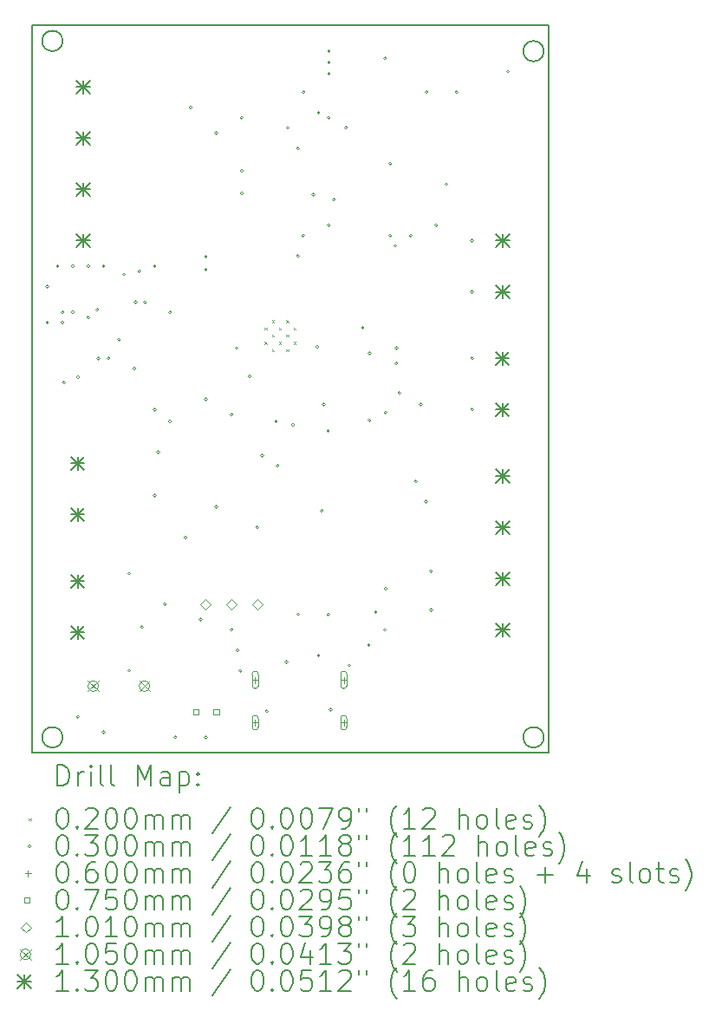
<source format=gbr>
%TF.GenerationSoftware,KiCad,Pcbnew,9.0.3*%
%TF.CreationDate,2025-12-18T02:01:30-05:00*%
%TF.ProjectId,Experimental,45787065-7269-46d6-956e-74616c2e6b69,rev?*%
%TF.SameCoordinates,Original*%
%TF.FileFunction,Drillmap*%
%TF.FilePolarity,Positive*%
%FSLAX45Y45*%
G04 Gerber Fmt 4.5, Leading zero omitted, Abs format (unit mm)*
G04 Created by KiCad (PCBNEW 9.0.3) date 2025-12-18 02:01:30*
%MOMM*%
%LPD*%
G01*
G04 APERTURE LIST*
%ADD10C,0.200000*%
%ADD11C,0.100000*%
%ADD12C,0.101000*%
%ADD13C,0.105000*%
%ADD14C,0.130000*%
G04 APERTURE END LIST*
D10*
X10000000Y-5000000D02*
X15050000Y-5000000D01*
X15050000Y-12100000D01*
X10000000Y-12100000D01*
X10000000Y-5000000D01*
X15000000Y-11950000D02*
G75*
G02*
X14800000Y-11950000I-100000J0D01*
G01*
X14800000Y-11950000D02*
G75*
G02*
X15000000Y-11950000I100000J0D01*
G01*
X10300000Y-11950000D02*
G75*
G02*
X10100000Y-11950000I-100000J0D01*
G01*
X10100000Y-11950000D02*
G75*
G02*
X10300000Y-11950000I100000J0D01*
G01*
X10300000Y-5150000D02*
G75*
G02*
X10100000Y-5150000I-100000J0D01*
G01*
X10100000Y-5150000D02*
G75*
G02*
X10300000Y-5150000I100000J0D01*
G01*
X15000000Y-5250000D02*
G75*
G02*
X14800000Y-5250000I-100000J0D01*
G01*
X14800000Y-5250000D02*
G75*
G02*
X15000000Y-5250000I100000J0D01*
G01*
D11*
X12275000Y-7949000D02*
X12295000Y-7969000D01*
X12295000Y-7949000D02*
X12275000Y-7969000D01*
X12275000Y-8089000D02*
X12295000Y-8109000D01*
X12295000Y-8089000D02*
X12275000Y-8109000D01*
X12345000Y-7879000D02*
X12365000Y-7899000D01*
X12365000Y-7879000D02*
X12345000Y-7899000D01*
X12345000Y-8019000D02*
X12365000Y-8039000D01*
X12365000Y-8019000D02*
X12345000Y-8039000D01*
X12345000Y-8159000D02*
X12365000Y-8179000D01*
X12365000Y-8159000D02*
X12345000Y-8179000D01*
X12415000Y-7949000D02*
X12435000Y-7969000D01*
X12435000Y-7949000D02*
X12415000Y-7969000D01*
X12415000Y-8089000D02*
X12435000Y-8109000D01*
X12435000Y-8089000D02*
X12415000Y-8109000D01*
X12485000Y-7879000D02*
X12505000Y-7899000D01*
X12505000Y-7879000D02*
X12485000Y-7899000D01*
X12485000Y-8019000D02*
X12505000Y-8039000D01*
X12505000Y-8019000D02*
X12485000Y-8039000D01*
X12485000Y-8159000D02*
X12505000Y-8179000D01*
X12505000Y-8159000D02*
X12485000Y-8179000D01*
X12555000Y-7949000D02*
X12575000Y-7969000D01*
X12575000Y-7949000D02*
X12555000Y-7969000D01*
X12555000Y-8089000D02*
X12575000Y-8109000D01*
X12575000Y-8089000D02*
X12555000Y-8109000D01*
X10165000Y-7550000D02*
G75*
G02*
X10135000Y-7550000I-15000J0D01*
G01*
X10135000Y-7550000D02*
G75*
G02*
X10165000Y-7550000I15000J0D01*
G01*
X10165000Y-7900000D02*
G75*
G02*
X10135000Y-7900000I-15000J0D01*
G01*
X10135000Y-7900000D02*
G75*
G02*
X10165000Y-7900000I15000J0D01*
G01*
X10265000Y-7350000D02*
G75*
G02*
X10235000Y-7350000I-15000J0D01*
G01*
X10235000Y-7350000D02*
G75*
G02*
X10265000Y-7350000I15000J0D01*
G01*
X10315000Y-7800000D02*
G75*
G02*
X10285000Y-7800000I-15000J0D01*
G01*
X10285000Y-7800000D02*
G75*
G02*
X10315000Y-7800000I15000J0D01*
G01*
X10315000Y-7900000D02*
G75*
G02*
X10285000Y-7900000I-15000J0D01*
G01*
X10285000Y-7900000D02*
G75*
G02*
X10315000Y-7900000I15000J0D01*
G01*
X10327265Y-8487735D02*
G75*
G02*
X10297265Y-8487735I-15000J0D01*
G01*
X10297265Y-8487735D02*
G75*
G02*
X10327265Y-8487735I15000J0D01*
G01*
X10415000Y-7350000D02*
G75*
G02*
X10385000Y-7350000I-15000J0D01*
G01*
X10385000Y-7350000D02*
G75*
G02*
X10415000Y-7350000I15000J0D01*
G01*
X10415000Y-7800000D02*
G75*
G02*
X10385000Y-7800000I-15000J0D01*
G01*
X10385000Y-7800000D02*
G75*
G02*
X10415000Y-7800000I15000J0D01*
G01*
X10465000Y-8435035D02*
G75*
G02*
X10435000Y-8435035I-15000J0D01*
G01*
X10435000Y-8435035D02*
G75*
G02*
X10465000Y-8435035I15000J0D01*
G01*
X10465000Y-11750000D02*
G75*
G02*
X10435000Y-11750000I-15000J0D01*
G01*
X10435000Y-11750000D02*
G75*
G02*
X10465000Y-11750000I15000J0D01*
G01*
X10565000Y-7350000D02*
G75*
G02*
X10535000Y-7350000I-15000J0D01*
G01*
X10535000Y-7350000D02*
G75*
G02*
X10565000Y-7350000I15000J0D01*
G01*
X10565000Y-7850000D02*
G75*
G02*
X10535000Y-7850000I-15000J0D01*
G01*
X10535000Y-7850000D02*
G75*
G02*
X10565000Y-7850000I15000J0D01*
G01*
X10653840Y-7776000D02*
G75*
G02*
X10623840Y-7776000I-15000J0D01*
G01*
X10623840Y-7776000D02*
G75*
G02*
X10653840Y-7776000I15000J0D01*
G01*
X10665000Y-8250000D02*
G75*
G02*
X10635000Y-8250000I-15000J0D01*
G01*
X10635000Y-8250000D02*
G75*
G02*
X10665000Y-8250000I15000J0D01*
G01*
X10715000Y-7350000D02*
G75*
G02*
X10685000Y-7350000I-15000J0D01*
G01*
X10685000Y-7350000D02*
G75*
G02*
X10715000Y-7350000I15000J0D01*
G01*
X10716500Y-11901500D02*
G75*
G02*
X10686500Y-11901500I-15000J0D01*
G01*
X10686500Y-11901500D02*
G75*
G02*
X10716500Y-11901500I15000J0D01*
G01*
X10765000Y-8250000D02*
G75*
G02*
X10735000Y-8250000I-15000J0D01*
G01*
X10735000Y-8250000D02*
G75*
G02*
X10765000Y-8250000I15000J0D01*
G01*
X10865000Y-8068000D02*
G75*
G02*
X10835000Y-8068000I-15000J0D01*
G01*
X10835000Y-8068000D02*
G75*
G02*
X10865000Y-8068000I15000J0D01*
G01*
X10915000Y-7431000D02*
G75*
G02*
X10885000Y-7431000I-15000J0D01*
G01*
X10885000Y-7431000D02*
G75*
G02*
X10915000Y-7431000I15000J0D01*
G01*
X10965000Y-10350000D02*
G75*
G02*
X10935000Y-10350000I-15000J0D01*
G01*
X10935000Y-10350000D02*
G75*
G02*
X10965000Y-10350000I15000J0D01*
G01*
X10965000Y-11300000D02*
G75*
G02*
X10935000Y-11300000I-15000J0D01*
G01*
X10935000Y-11300000D02*
G75*
G02*
X10965000Y-11300000I15000J0D01*
G01*
X11015000Y-8350000D02*
G75*
G02*
X10985000Y-8350000I-15000J0D01*
G01*
X10985000Y-8350000D02*
G75*
G02*
X11015000Y-8350000I15000J0D01*
G01*
X11028840Y-7700000D02*
G75*
G02*
X10998840Y-7700000I-15000J0D01*
G01*
X10998840Y-7700000D02*
G75*
G02*
X11028840Y-7700000I15000J0D01*
G01*
X11065000Y-7400000D02*
G75*
G02*
X11035000Y-7400000I-15000J0D01*
G01*
X11035000Y-7400000D02*
G75*
G02*
X11065000Y-7400000I15000J0D01*
G01*
X11090000Y-10875000D02*
G75*
G02*
X11060000Y-10875000I-15000J0D01*
G01*
X11060000Y-10875000D02*
G75*
G02*
X11090000Y-10875000I15000J0D01*
G01*
X11118420Y-7703420D02*
G75*
G02*
X11088420Y-7703420I-15000J0D01*
G01*
X11088420Y-7703420D02*
G75*
G02*
X11118420Y-7703420I15000J0D01*
G01*
X11215000Y-7350000D02*
G75*
G02*
X11185000Y-7350000I-15000J0D01*
G01*
X11185000Y-7350000D02*
G75*
G02*
X11215000Y-7350000I15000J0D01*
G01*
X11215000Y-8750000D02*
G75*
G02*
X11185000Y-8750000I-15000J0D01*
G01*
X11185000Y-8750000D02*
G75*
G02*
X11215000Y-8750000I15000J0D01*
G01*
X11215000Y-9591050D02*
G75*
G02*
X11185000Y-9591050I-15000J0D01*
G01*
X11185000Y-9591050D02*
G75*
G02*
X11215000Y-9591050I15000J0D01*
G01*
X11248750Y-9164500D02*
G75*
G02*
X11218750Y-9164500I-15000J0D01*
G01*
X11218750Y-9164500D02*
G75*
G02*
X11248750Y-9164500I15000J0D01*
G01*
X11315000Y-10650000D02*
G75*
G02*
X11285000Y-10650000I-15000J0D01*
G01*
X11285000Y-10650000D02*
G75*
G02*
X11315000Y-10650000I15000J0D01*
G01*
X11365000Y-7800000D02*
G75*
G02*
X11335000Y-7800000I-15000J0D01*
G01*
X11335000Y-7800000D02*
G75*
G02*
X11365000Y-7800000I15000J0D01*
G01*
X11365000Y-8865500D02*
G75*
G02*
X11335000Y-8865500I-15000J0D01*
G01*
X11335000Y-8865500D02*
G75*
G02*
X11365000Y-8865500I15000J0D01*
G01*
X11415000Y-11950000D02*
G75*
G02*
X11385000Y-11950000I-15000J0D01*
G01*
X11385000Y-11950000D02*
G75*
G02*
X11415000Y-11950000I15000J0D01*
G01*
X11515000Y-10000000D02*
G75*
G02*
X11485000Y-10000000I-15000J0D01*
G01*
X11485000Y-10000000D02*
G75*
G02*
X11515000Y-10000000I15000J0D01*
G01*
X11565000Y-5800000D02*
G75*
G02*
X11535000Y-5800000I-15000J0D01*
G01*
X11535000Y-5800000D02*
G75*
G02*
X11565000Y-5800000I15000J0D01*
G01*
X11665000Y-10800000D02*
G75*
G02*
X11635000Y-10800000I-15000J0D01*
G01*
X11635000Y-10800000D02*
G75*
G02*
X11665000Y-10800000I15000J0D01*
G01*
X11715000Y-7257000D02*
G75*
G02*
X11685000Y-7257000I-15000J0D01*
G01*
X11685000Y-7257000D02*
G75*
G02*
X11715000Y-7257000I15000J0D01*
G01*
X11715000Y-7384000D02*
G75*
G02*
X11685000Y-7384000I-15000J0D01*
G01*
X11685000Y-7384000D02*
G75*
G02*
X11715000Y-7384000I15000J0D01*
G01*
X11715000Y-8650000D02*
G75*
G02*
X11685000Y-8650000I-15000J0D01*
G01*
X11685000Y-8650000D02*
G75*
G02*
X11715000Y-8650000I15000J0D01*
G01*
X11715000Y-11950000D02*
G75*
G02*
X11685000Y-11950000I-15000J0D01*
G01*
X11685000Y-11950000D02*
G75*
G02*
X11715000Y-11950000I15000J0D01*
G01*
X11815000Y-6050000D02*
G75*
G02*
X11785000Y-6050000I-15000J0D01*
G01*
X11785000Y-6050000D02*
G75*
G02*
X11815000Y-6050000I15000J0D01*
G01*
X11815000Y-9700000D02*
G75*
G02*
X11785000Y-9700000I-15000J0D01*
G01*
X11785000Y-9700000D02*
G75*
G02*
X11815000Y-9700000I15000J0D01*
G01*
X11965000Y-8800000D02*
G75*
G02*
X11935000Y-8800000I-15000J0D01*
G01*
X11935000Y-8800000D02*
G75*
G02*
X11965000Y-8800000I15000J0D01*
G01*
X11965000Y-10900000D02*
G75*
G02*
X11935000Y-10900000I-15000J0D01*
G01*
X11935000Y-10900000D02*
G75*
G02*
X11965000Y-10900000I15000J0D01*
G01*
X12015000Y-8150000D02*
G75*
G02*
X11985000Y-8150000I-15000J0D01*
G01*
X11985000Y-8150000D02*
G75*
G02*
X12015000Y-8150000I15000J0D01*
G01*
X12025000Y-11100000D02*
G75*
G02*
X11995000Y-11100000I-15000J0D01*
G01*
X11995000Y-11100000D02*
G75*
G02*
X12025000Y-11100000I15000J0D01*
G01*
X12050700Y-11300000D02*
G75*
G02*
X12020700Y-11300000I-15000J0D01*
G01*
X12020700Y-11300000D02*
G75*
G02*
X12050700Y-11300000I15000J0D01*
G01*
X12065000Y-5900000D02*
G75*
G02*
X12035000Y-5900000I-15000J0D01*
G01*
X12035000Y-5900000D02*
G75*
G02*
X12065000Y-5900000I15000J0D01*
G01*
X12065000Y-6420000D02*
G75*
G02*
X12035000Y-6420000I-15000J0D01*
G01*
X12035000Y-6420000D02*
G75*
G02*
X12065000Y-6420000I15000J0D01*
G01*
X12065000Y-6640000D02*
G75*
G02*
X12035000Y-6640000I-15000J0D01*
G01*
X12035000Y-6640000D02*
G75*
G02*
X12065000Y-6640000I15000J0D01*
G01*
X12140000Y-8425000D02*
G75*
G02*
X12110000Y-8425000I-15000J0D01*
G01*
X12110000Y-8425000D02*
G75*
G02*
X12140000Y-8425000I15000J0D01*
G01*
X12215000Y-9900000D02*
G75*
G02*
X12185000Y-9900000I-15000J0D01*
G01*
X12185000Y-9900000D02*
G75*
G02*
X12215000Y-9900000I15000J0D01*
G01*
X12265000Y-9200000D02*
G75*
G02*
X12235000Y-9200000I-15000J0D01*
G01*
X12235000Y-9200000D02*
G75*
G02*
X12265000Y-9200000I15000J0D01*
G01*
X12309670Y-11694670D02*
G75*
G02*
X12279670Y-11694670I-15000J0D01*
G01*
X12279670Y-11694670D02*
G75*
G02*
X12309670Y-11694670I15000J0D01*
G01*
X12399500Y-8865500D02*
G75*
G02*
X12369500Y-8865500I-15000J0D01*
G01*
X12369500Y-8865500D02*
G75*
G02*
X12399500Y-8865500I15000J0D01*
G01*
X12415000Y-9300000D02*
G75*
G02*
X12385000Y-9300000I-15000J0D01*
G01*
X12385000Y-9300000D02*
G75*
G02*
X12415000Y-9300000I15000J0D01*
G01*
X12501140Y-11213860D02*
G75*
G02*
X12471140Y-11213860I-15000J0D01*
G01*
X12471140Y-11213860D02*
G75*
G02*
X12501140Y-11213860I15000J0D01*
G01*
X12515000Y-6000000D02*
G75*
G02*
X12485000Y-6000000I-15000J0D01*
G01*
X12485000Y-6000000D02*
G75*
G02*
X12515000Y-6000000I15000J0D01*
G01*
X12565000Y-8900000D02*
G75*
G02*
X12535000Y-8900000I-15000J0D01*
G01*
X12535000Y-8900000D02*
G75*
G02*
X12565000Y-8900000I15000J0D01*
G01*
X12615000Y-6200000D02*
G75*
G02*
X12585000Y-6200000I-15000J0D01*
G01*
X12585000Y-6200000D02*
G75*
G02*
X12615000Y-6200000I15000J0D01*
G01*
X12615000Y-7250000D02*
G75*
G02*
X12585000Y-7250000I-15000J0D01*
G01*
X12585000Y-7250000D02*
G75*
G02*
X12615000Y-7250000I15000J0D01*
G01*
X12615000Y-10750000D02*
G75*
G02*
X12585000Y-10750000I-15000J0D01*
G01*
X12585000Y-10750000D02*
G75*
G02*
X12615000Y-10750000I15000J0D01*
G01*
X12665000Y-7050000D02*
G75*
G02*
X12635000Y-7050000I-15000J0D01*
G01*
X12635000Y-7050000D02*
G75*
G02*
X12665000Y-7050000I15000J0D01*
G01*
X12670688Y-5650000D02*
G75*
G02*
X12640688Y-5650000I-15000J0D01*
G01*
X12640688Y-5650000D02*
G75*
G02*
X12670688Y-5650000I15000J0D01*
G01*
X12765000Y-6650000D02*
G75*
G02*
X12735000Y-6650000I-15000J0D01*
G01*
X12735000Y-6650000D02*
G75*
G02*
X12765000Y-6650000I15000J0D01*
G01*
X12802735Y-8137735D02*
G75*
G02*
X12772735Y-8137735I-15000J0D01*
G01*
X12772735Y-8137735D02*
G75*
G02*
X12802735Y-8137735I15000J0D01*
G01*
X12815000Y-5850000D02*
G75*
G02*
X12785000Y-5850000I-15000J0D01*
G01*
X12785000Y-5850000D02*
G75*
G02*
X12815000Y-5850000I15000J0D01*
G01*
X12815000Y-11150000D02*
G75*
G02*
X12785000Y-11150000I-15000J0D01*
G01*
X12785000Y-11150000D02*
G75*
G02*
X12815000Y-11150000I15000J0D01*
G01*
X12847500Y-9739500D02*
G75*
G02*
X12817500Y-9739500I-15000J0D01*
G01*
X12817500Y-9739500D02*
G75*
G02*
X12847500Y-9739500I15000J0D01*
G01*
X12865000Y-8700000D02*
G75*
G02*
X12835000Y-8700000I-15000J0D01*
G01*
X12835000Y-8700000D02*
G75*
G02*
X12865000Y-8700000I15000J0D01*
G01*
X12907500Y-8957500D02*
G75*
G02*
X12877500Y-8957500I-15000J0D01*
G01*
X12877500Y-8957500D02*
G75*
G02*
X12907500Y-8957500I15000J0D01*
G01*
X12910000Y-10750000D02*
G75*
G02*
X12880000Y-10750000I-15000J0D01*
G01*
X12880000Y-10750000D02*
G75*
G02*
X12910000Y-10750000I15000J0D01*
G01*
X12915000Y-5250000D02*
G75*
G02*
X12885000Y-5250000I-15000J0D01*
G01*
X12885000Y-5250000D02*
G75*
G02*
X12915000Y-5250000I15000J0D01*
G01*
X12915000Y-5360000D02*
G75*
G02*
X12885000Y-5360000I-15000J0D01*
G01*
X12885000Y-5360000D02*
G75*
G02*
X12915000Y-5360000I15000J0D01*
G01*
X12915000Y-5470000D02*
G75*
G02*
X12885000Y-5470000I-15000J0D01*
G01*
X12885000Y-5470000D02*
G75*
G02*
X12915000Y-5470000I15000J0D01*
G01*
X12915000Y-5900000D02*
G75*
G02*
X12885000Y-5900000I-15000J0D01*
G01*
X12885000Y-5900000D02*
G75*
G02*
X12915000Y-5900000I15000J0D01*
G01*
X12915000Y-6950000D02*
G75*
G02*
X12885000Y-6950000I-15000J0D01*
G01*
X12885000Y-6950000D02*
G75*
G02*
X12915000Y-6950000I15000J0D01*
G01*
X12934170Y-11680830D02*
G75*
G02*
X12904170Y-11680830I-15000J0D01*
G01*
X12904170Y-11680830D02*
G75*
G02*
X12934170Y-11680830I15000J0D01*
G01*
X12965000Y-6700000D02*
G75*
G02*
X12935000Y-6700000I-15000J0D01*
G01*
X12935000Y-6700000D02*
G75*
G02*
X12965000Y-6700000I15000J0D01*
G01*
X13082100Y-5997300D02*
G75*
G02*
X13052100Y-5997300I-15000J0D01*
G01*
X13052100Y-5997300D02*
G75*
G02*
X13082100Y-5997300I15000J0D01*
G01*
X13115000Y-11250000D02*
G75*
G02*
X13085000Y-11250000I-15000J0D01*
G01*
X13085000Y-11250000D02*
G75*
G02*
X13115000Y-11250000I15000J0D01*
G01*
X13246000Y-7950000D02*
G75*
G02*
X13216000Y-7950000I-15000J0D01*
G01*
X13216000Y-7950000D02*
G75*
G02*
X13246000Y-7950000I15000J0D01*
G01*
X13305000Y-11050000D02*
G75*
G02*
X13275000Y-11050000I-15000J0D01*
G01*
X13275000Y-11050000D02*
G75*
G02*
X13305000Y-11050000I15000J0D01*
G01*
X13312129Y-8852871D02*
G75*
G02*
X13282129Y-8852871I-15000J0D01*
G01*
X13282129Y-8852871D02*
G75*
G02*
X13312129Y-8852871I15000J0D01*
G01*
X13315000Y-8200000D02*
G75*
G02*
X13285000Y-8200000I-15000J0D01*
G01*
X13285000Y-8200000D02*
G75*
G02*
X13315000Y-8200000I15000J0D01*
G01*
X13375000Y-10727500D02*
G75*
G02*
X13345000Y-10727500I-15000J0D01*
G01*
X13345000Y-10727500D02*
G75*
G02*
X13375000Y-10727500I15000J0D01*
G01*
X13463000Y-10900000D02*
G75*
G02*
X13433000Y-10900000I-15000J0D01*
G01*
X13433000Y-10900000D02*
G75*
G02*
X13463000Y-10900000I15000J0D01*
G01*
X13465000Y-5321636D02*
G75*
G02*
X13435000Y-5321636I-15000J0D01*
G01*
X13435000Y-5321636D02*
G75*
G02*
X13465000Y-5321636I15000J0D01*
G01*
X13467765Y-8778235D02*
G75*
G02*
X13437765Y-8778235I-15000J0D01*
G01*
X13437765Y-8778235D02*
G75*
G02*
X13467765Y-8778235I15000J0D01*
G01*
X13470000Y-10500000D02*
G75*
G02*
X13440000Y-10500000I-15000J0D01*
G01*
X13440000Y-10500000D02*
G75*
G02*
X13470000Y-10500000I15000J0D01*
G01*
X13515000Y-6350000D02*
G75*
G02*
X13485000Y-6350000I-15000J0D01*
G01*
X13485000Y-6350000D02*
G75*
G02*
X13515000Y-6350000I15000J0D01*
G01*
X13515000Y-7050000D02*
G75*
G02*
X13485000Y-7050000I-15000J0D01*
G01*
X13485000Y-7050000D02*
G75*
G02*
X13515000Y-7050000I15000J0D01*
G01*
X13565000Y-7150000D02*
G75*
G02*
X13535000Y-7150000I-15000J0D01*
G01*
X13535000Y-7150000D02*
G75*
G02*
X13565000Y-7150000I15000J0D01*
G01*
X13576800Y-8150000D02*
G75*
G02*
X13546800Y-8150000I-15000J0D01*
G01*
X13546800Y-8150000D02*
G75*
G02*
X13576800Y-8150000I15000J0D01*
G01*
X13576800Y-8300000D02*
G75*
G02*
X13546800Y-8300000I-15000J0D01*
G01*
X13546800Y-8300000D02*
G75*
G02*
X13576800Y-8300000I15000J0D01*
G01*
X13602735Y-8587735D02*
G75*
G02*
X13572735Y-8587735I-15000J0D01*
G01*
X13572735Y-8587735D02*
G75*
G02*
X13602735Y-8587735I15000J0D01*
G01*
X13715000Y-7050000D02*
G75*
G02*
X13685000Y-7050000I-15000J0D01*
G01*
X13685000Y-7050000D02*
G75*
G02*
X13715000Y-7050000I15000J0D01*
G01*
X13765000Y-9450000D02*
G75*
G02*
X13735000Y-9450000I-15000J0D01*
G01*
X13735000Y-9450000D02*
G75*
G02*
X13765000Y-9450000I15000J0D01*
G01*
X13815000Y-8700000D02*
G75*
G02*
X13785000Y-8700000I-15000J0D01*
G01*
X13785000Y-8700000D02*
G75*
G02*
X13815000Y-8700000I15000J0D01*
G01*
X13865000Y-9650000D02*
G75*
G02*
X13835000Y-9650000I-15000J0D01*
G01*
X13835000Y-9650000D02*
G75*
G02*
X13865000Y-9650000I15000J0D01*
G01*
X13870000Y-5650000D02*
G75*
G02*
X13840000Y-5650000I-15000J0D01*
G01*
X13840000Y-5650000D02*
G75*
G02*
X13870000Y-5650000I15000J0D01*
G01*
X13915000Y-10327750D02*
G75*
G02*
X13885000Y-10327750I-15000J0D01*
G01*
X13885000Y-10327750D02*
G75*
G02*
X13915000Y-10327750I15000J0D01*
G01*
X13915000Y-10707500D02*
G75*
G02*
X13885000Y-10707500I-15000J0D01*
G01*
X13885000Y-10707500D02*
G75*
G02*
X13915000Y-10707500I15000J0D01*
G01*
X13965000Y-6950000D02*
G75*
G02*
X13935000Y-6950000I-15000J0D01*
G01*
X13935000Y-6950000D02*
G75*
G02*
X13965000Y-6950000I15000J0D01*
G01*
X14065000Y-6550000D02*
G75*
G02*
X14035000Y-6550000I-15000J0D01*
G01*
X14035000Y-6550000D02*
G75*
G02*
X14065000Y-6550000I15000J0D01*
G01*
X14165000Y-5650000D02*
G75*
G02*
X14135000Y-5650000I-15000J0D01*
G01*
X14135000Y-5650000D02*
G75*
G02*
X14165000Y-5650000I15000J0D01*
G01*
X14315000Y-7100000D02*
G75*
G02*
X14285000Y-7100000I-15000J0D01*
G01*
X14285000Y-7100000D02*
G75*
G02*
X14315000Y-7100000I15000J0D01*
G01*
X14315000Y-7600000D02*
G75*
G02*
X14285000Y-7600000I-15000J0D01*
G01*
X14285000Y-7600000D02*
G75*
G02*
X14315000Y-7600000I15000J0D01*
G01*
X14315000Y-8250000D02*
G75*
G02*
X14285000Y-8250000I-15000J0D01*
G01*
X14285000Y-8250000D02*
G75*
G02*
X14315000Y-8250000I15000J0D01*
G01*
X14315000Y-8750000D02*
G75*
G02*
X14285000Y-8750000I-15000J0D01*
G01*
X14285000Y-8750000D02*
G75*
G02*
X14315000Y-8750000I15000J0D01*
G01*
X14665000Y-5450000D02*
G75*
G02*
X14635000Y-5450000I-15000J0D01*
G01*
X14635000Y-5450000D02*
G75*
G02*
X14665000Y-5450000I15000J0D01*
G01*
X12181840Y-11359500D02*
X12181840Y-11419500D01*
X12151840Y-11389500D02*
X12211840Y-11389500D01*
X12151840Y-11334500D02*
X12151840Y-11444500D01*
X12211840Y-11444500D02*
G75*
G02*
X12151840Y-11444500I-30000J0D01*
G01*
X12211840Y-11444500D02*
X12211840Y-11334500D01*
X12211840Y-11334500D02*
G75*
G03*
X12151840Y-11334500I-30000J0D01*
G01*
X12181840Y-11777500D02*
X12181840Y-11837500D01*
X12151840Y-11807500D02*
X12211840Y-11807500D01*
X12151840Y-11767500D02*
X12151840Y-11847500D01*
X12211840Y-11847500D02*
G75*
G02*
X12151840Y-11847500I-30000J0D01*
G01*
X12211840Y-11847500D02*
X12211840Y-11767500D01*
X12211840Y-11767500D02*
G75*
G03*
X12151840Y-11767500I-30000J0D01*
G01*
X13045840Y-11359500D02*
X13045840Y-11419500D01*
X13015840Y-11389500D02*
X13075840Y-11389500D01*
X13015840Y-11334500D02*
X13015840Y-11444500D01*
X13075840Y-11444500D02*
G75*
G02*
X13015840Y-11444500I-30000J0D01*
G01*
X13075840Y-11444500D02*
X13075840Y-11334500D01*
X13075840Y-11334500D02*
G75*
G03*
X13015840Y-11334500I-30000J0D01*
G01*
X13045840Y-11777500D02*
X13045840Y-11837500D01*
X13015840Y-11807500D02*
X13075840Y-11807500D01*
X13015840Y-11767500D02*
X13015840Y-11847500D01*
X13075840Y-11847500D02*
G75*
G02*
X13015840Y-11847500I-30000J0D01*
G01*
X13075840Y-11847500D02*
X13075840Y-11767500D01*
X13075840Y-11767500D02*
G75*
G03*
X13015840Y-11767500I-30000J0D01*
G01*
X11626517Y-11726517D02*
X11626517Y-11673483D01*
X11573483Y-11673483D01*
X11573483Y-11726517D01*
X11626517Y-11726517D01*
X11826517Y-11726517D02*
X11826517Y-11673483D01*
X11773483Y-11673483D01*
X11773483Y-11726517D01*
X11826517Y-11726517D01*
D12*
X11696000Y-10700500D02*
X11746500Y-10650000D01*
X11696000Y-10599500D01*
X11645500Y-10650000D01*
X11696000Y-10700500D01*
X11950000Y-10700500D02*
X12000500Y-10650000D01*
X11950000Y-10599500D01*
X11899500Y-10650000D01*
X11950000Y-10700500D01*
X12204000Y-10700500D02*
X12254500Y-10650000D01*
X12204000Y-10599500D01*
X12153500Y-10650000D01*
X12204000Y-10700500D01*
D13*
X10547500Y-11397500D02*
X10652500Y-11502500D01*
X10652500Y-11397500D02*
X10547500Y-11502500D01*
X10652500Y-11450000D02*
G75*
G02*
X10547500Y-11450000I-52500J0D01*
G01*
X10547500Y-11450000D02*
G75*
G02*
X10652500Y-11450000I52500J0D01*
G01*
X11047500Y-11397500D02*
X11152500Y-11502500D01*
X11152500Y-11397500D02*
X11047500Y-11502500D01*
X11152500Y-11450000D02*
G75*
G02*
X11047500Y-11450000I-52500J0D01*
G01*
X11047500Y-11450000D02*
G75*
G02*
X11152500Y-11450000I52500J0D01*
G01*
D14*
X10381750Y-9210000D02*
X10511750Y-9340000D01*
X10511750Y-9210000D02*
X10381750Y-9340000D01*
X10446750Y-9210000D02*
X10446750Y-9340000D01*
X10381750Y-9275000D02*
X10511750Y-9275000D01*
X10381750Y-9710000D02*
X10511750Y-9840000D01*
X10511750Y-9710000D02*
X10381750Y-9840000D01*
X10446750Y-9710000D02*
X10446750Y-9840000D01*
X10381750Y-9775000D02*
X10511750Y-9775000D01*
X10381750Y-10360000D02*
X10511750Y-10490000D01*
X10511750Y-10360000D02*
X10381750Y-10490000D01*
X10446750Y-10360000D02*
X10446750Y-10490000D01*
X10381750Y-10425000D02*
X10511750Y-10425000D01*
X10381750Y-10860000D02*
X10511750Y-10990000D01*
X10511750Y-10860000D02*
X10381750Y-10990000D01*
X10446750Y-10860000D02*
X10446750Y-10990000D01*
X10381750Y-10925000D02*
X10511750Y-10925000D01*
X10435000Y-5535000D02*
X10565000Y-5665000D01*
X10565000Y-5535000D02*
X10435000Y-5665000D01*
X10500000Y-5535000D02*
X10500000Y-5665000D01*
X10435000Y-5600000D02*
X10565000Y-5600000D01*
X10435000Y-6035000D02*
X10565000Y-6165000D01*
X10565000Y-6035000D02*
X10435000Y-6165000D01*
X10500000Y-6035000D02*
X10500000Y-6165000D01*
X10435000Y-6100000D02*
X10565000Y-6100000D01*
X10435000Y-6535000D02*
X10565000Y-6665000D01*
X10565000Y-6535000D02*
X10435000Y-6665000D01*
X10500000Y-6535000D02*
X10500000Y-6665000D01*
X10435000Y-6600000D02*
X10565000Y-6600000D01*
X10435000Y-7035000D02*
X10565000Y-7165000D01*
X10565000Y-7035000D02*
X10435000Y-7165000D01*
X10500000Y-7035000D02*
X10500000Y-7165000D01*
X10435000Y-7100000D02*
X10565000Y-7100000D01*
X14531750Y-8185000D02*
X14661750Y-8315000D01*
X14661750Y-8185000D02*
X14531750Y-8315000D01*
X14596750Y-8185000D02*
X14596750Y-8315000D01*
X14531750Y-8250000D02*
X14661750Y-8250000D01*
X14531750Y-8685000D02*
X14661750Y-8815000D01*
X14661750Y-8685000D02*
X14531750Y-8815000D01*
X14596750Y-8685000D02*
X14596750Y-8815000D01*
X14531750Y-8750000D02*
X14661750Y-8750000D01*
X14535000Y-7035000D02*
X14665000Y-7165000D01*
X14665000Y-7035000D02*
X14535000Y-7165000D01*
X14600000Y-7035000D02*
X14600000Y-7165000D01*
X14535000Y-7100000D02*
X14665000Y-7100000D01*
X14535000Y-7535000D02*
X14665000Y-7665000D01*
X14665000Y-7535000D02*
X14535000Y-7665000D01*
X14600000Y-7535000D02*
X14600000Y-7665000D01*
X14535000Y-7600000D02*
X14665000Y-7600000D01*
X14535000Y-9335000D02*
X14665000Y-9465000D01*
X14665000Y-9335000D02*
X14535000Y-9465000D01*
X14600000Y-9335000D02*
X14600000Y-9465000D01*
X14535000Y-9400000D02*
X14665000Y-9400000D01*
X14535000Y-9835000D02*
X14665000Y-9965000D01*
X14665000Y-9835000D02*
X14535000Y-9965000D01*
X14600000Y-9835000D02*
X14600000Y-9965000D01*
X14535000Y-9900000D02*
X14665000Y-9900000D01*
X14535000Y-10335000D02*
X14665000Y-10465000D01*
X14665000Y-10335000D02*
X14535000Y-10465000D01*
X14600000Y-10335000D02*
X14600000Y-10465000D01*
X14535000Y-10400000D02*
X14665000Y-10400000D01*
X14535000Y-10835000D02*
X14665000Y-10965000D01*
X14665000Y-10835000D02*
X14535000Y-10965000D01*
X14600000Y-10835000D02*
X14600000Y-10965000D01*
X14535000Y-10900000D02*
X14665000Y-10900000D01*
D10*
X10250777Y-12421484D02*
X10250777Y-12221484D01*
X10250777Y-12221484D02*
X10298396Y-12221484D01*
X10298396Y-12221484D02*
X10326967Y-12231008D01*
X10326967Y-12231008D02*
X10346015Y-12250055D01*
X10346015Y-12250055D02*
X10355539Y-12269103D01*
X10355539Y-12269103D02*
X10365063Y-12307198D01*
X10365063Y-12307198D02*
X10365063Y-12335769D01*
X10365063Y-12335769D02*
X10355539Y-12373865D01*
X10355539Y-12373865D02*
X10346015Y-12392912D01*
X10346015Y-12392912D02*
X10326967Y-12411960D01*
X10326967Y-12411960D02*
X10298396Y-12421484D01*
X10298396Y-12421484D02*
X10250777Y-12421484D01*
X10450777Y-12421484D02*
X10450777Y-12288150D01*
X10450777Y-12326246D02*
X10460301Y-12307198D01*
X10460301Y-12307198D02*
X10469824Y-12297674D01*
X10469824Y-12297674D02*
X10488872Y-12288150D01*
X10488872Y-12288150D02*
X10507920Y-12288150D01*
X10574586Y-12421484D02*
X10574586Y-12288150D01*
X10574586Y-12221484D02*
X10565063Y-12231008D01*
X10565063Y-12231008D02*
X10574586Y-12240531D01*
X10574586Y-12240531D02*
X10584110Y-12231008D01*
X10584110Y-12231008D02*
X10574586Y-12221484D01*
X10574586Y-12221484D02*
X10574586Y-12240531D01*
X10698396Y-12421484D02*
X10679348Y-12411960D01*
X10679348Y-12411960D02*
X10669824Y-12392912D01*
X10669824Y-12392912D02*
X10669824Y-12221484D01*
X10803158Y-12421484D02*
X10784110Y-12411960D01*
X10784110Y-12411960D02*
X10774586Y-12392912D01*
X10774586Y-12392912D02*
X10774586Y-12221484D01*
X11031729Y-12421484D02*
X11031729Y-12221484D01*
X11031729Y-12221484D02*
X11098396Y-12364341D01*
X11098396Y-12364341D02*
X11165063Y-12221484D01*
X11165063Y-12221484D02*
X11165063Y-12421484D01*
X11346015Y-12421484D02*
X11346015Y-12316722D01*
X11346015Y-12316722D02*
X11336491Y-12297674D01*
X11336491Y-12297674D02*
X11317443Y-12288150D01*
X11317443Y-12288150D02*
X11279348Y-12288150D01*
X11279348Y-12288150D02*
X11260301Y-12297674D01*
X11346015Y-12411960D02*
X11326967Y-12421484D01*
X11326967Y-12421484D02*
X11279348Y-12421484D01*
X11279348Y-12421484D02*
X11260301Y-12411960D01*
X11260301Y-12411960D02*
X11250777Y-12392912D01*
X11250777Y-12392912D02*
X11250777Y-12373865D01*
X11250777Y-12373865D02*
X11260301Y-12354817D01*
X11260301Y-12354817D02*
X11279348Y-12345293D01*
X11279348Y-12345293D02*
X11326967Y-12345293D01*
X11326967Y-12345293D02*
X11346015Y-12335769D01*
X11441253Y-12288150D02*
X11441253Y-12488150D01*
X11441253Y-12297674D02*
X11460301Y-12288150D01*
X11460301Y-12288150D02*
X11498396Y-12288150D01*
X11498396Y-12288150D02*
X11517443Y-12297674D01*
X11517443Y-12297674D02*
X11526967Y-12307198D01*
X11526967Y-12307198D02*
X11536491Y-12326246D01*
X11536491Y-12326246D02*
X11536491Y-12383388D01*
X11536491Y-12383388D02*
X11526967Y-12402436D01*
X11526967Y-12402436D02*
X11517443Y-12411960D01*
X11517443Y-12411960D02*
X11498396Y-12421484D01*
X11498396Y-12421484D02*
X11460301Y-12421484D01*
X11460301Y-12421484D02*
X11441253Y-12411960D01*
X11622205Y-12402436D02*
X11631729Y-12411960D01*
X11631729Y-12411960D02*
X11622205Y-12421484D01*
X11622205Y-12421484D02*
X11612682Y-12411960D01*
X11612682Y-12411960D02*
X11622205Y-12402436D01*
X11622205Y-12402436D02*
X11622205Y-12421484D01*
X11622205Y-12297674D02*
X11631729Y-12307198D01*
X11631729Y-12307198D02*
X11622205Y-12316722D01*
X11622205Y-12316722D02*
X11612682Y-12307198D01*
X11612682Y-12307198D02*
X11622205Y-12297674D01*
X11622205Y-12297674D02*
X11622205Y-12316722D01*
D11*
X9970000Y-12740000D02*
X9990000Y-12760000D01*
X9990000Y-12740000D02*
X9970000Y-12760000D01*
D10*
X10288872Y-12641484D02*
X10307920Y-12641484D01*
X10307920Y-12641484D02*
X10326967Y-12651008D01*
X10326967Y-12651008D02*
X10336491Y-12660531D01*
X10336491Y-12660531D02*
X10346015Y-12679579D01*
X10346015Y-12679579D02*
X10355539Y-12717674D01*
X10355539Y-12717674D02*
X10355539Y-12765293D01*
X10355539Y-12765293D02*
X10346015Y-12803388D01*
X10346015Y-12803388D02*
X10336491Y-12822436D01*
X10336491Y-12822436D02*
X10326967Y-12831960D01*
X10326967Y-12831960D02*
X10307920Y-12841484D01*
X10307920Y-12841484D02*
X10288872Y-12841484D01*
X10288872Y-12841484D02*
X10269824Y-12831960D01*
X10269824Y-12831960D02*
X10260301Y-12822436D01*
X10260301Y-12822436D02*
X10250777Y-12803388D01*
X10250777Y-12803388D02*
X10241253Y-12765293D01*
X10241253Y-12765293D02*
X10241253Y-12717674D01*
X10241253Y-12717674D02*
X10250777Y-12679579D01*
X10250777Y-12679579D02*
X10260301Y-12660531D01*
X10260301Y-12660531D02*
X10269824Y-12651008D01*
X10269824Y-12651008D02*
X10288872Y-12641484D01*
X10441253Y-12822436D02*
X10450777Y-12831960D01*
X10450777Y-12831960D02*
X10441253Y-12841484D01*
X10441253Y-12841484D02*
X10431729Y-12831960D01*
X10431729Y-12831960D02*
X10441253Y-12822436D01*
X10441253Y-12822436D02*
X10441253Y-12841484D01*
X10526967Y-12660531D02*
X10536491Y-12651008D01*
X10536491Y-12651008D02*
X10555539Y-12641484D01*
X10555539Y-12641484D02*
X10603158Y-12641484D01*
X10603158Y-12641484D02*
X10622205Y-12651008D01*
X10622205Y-12651008D02*
X10631729Y-12660531D01*
X10631729Y-12660531D02*
X10641253Y-12679579D01*
X10641253Y-12679579D02*
X10641253Y-12698627D01*
X10641253Y-12698627D02*
X10631729Y-12727198D01*
X10631729Y-12727198D02*
X10517444Y-12841484D01*
X10517444Y-12841484D02*
X10641253Y-12841484D01*
X10765063Y-12641484D02*
X10784110Y-12641484D01*
X10784110Y-12641484D02*
X10803158Y-12651008D01*
X10803158Y-12651008D02*
X10812682Y-12660531D01*
X10812682Y-12660531D02*
X10822205Y-12679579D01*
X10822205Y-12679579D02*
X10831729Y-12717674D01*
X10831729Y-12717674D02*
X10831729Y-12765293D01*
X10831729Y-12765293D02*
X10822205Y-12803388D01*
X10822205Y-12803388D02*
X10812682Y-12822436D01*
X10812682Y-12822436D02*
X10803158Y-12831960D01*
X10803158Y-12831960D02*
X10784110Y-12841484D01*
X10784110Y-12841484D02*
X10765063Y-12841484D01*
X10765063Y-12841484D02*
X10746015Y-12831960D01*
X10746015Y-12831960D02*
X10736491Y-12822436D01*
X10736491Y-12822436D02*
X10726967Y-12803388D01*
X10726967Y-12803388D02*
X10717444Y-12765293D01*
X10717444Y-12765293D02*
X10717444Y-12717674D01*
X10717444Y-12717674D02*
X10726967Y-12679579D01*
X10726967Y-12679579D02*
X10736491Y-12660531D01*
X10736491Y-12660531D02*
X10746015Y-12651008D01*
X10746015Y-12651008D02*
X10765063Y-12641484D01*
X10955539Y-12641484D02*
X10974586Y-12641484D01*
X10974586Y-12641484D02*
X10993634Y-12651008D01*
X10993634Y-12651008D02*
X11003158Y-12660531D01*
X11003158Y-12660531D02*
X11012682Y-12679579D01*
X11012682Y-12679579D02*
X11022205Y-12717674D01*
X11022205Y-12717674D02*
X11022205Y-12765293D01*
X11022205Y-12765293D02*
X11012682Y-12803388D01*
X11012682Y-12803388D02*
X11003158Y-12822436D01*
X11003158Y-12822436D02*
X10993634Y-12831960D01*
X10993634Y-12831960D02*
X10974586Y-12841484D01*
X10974586Y-12841484D02*
X10955539Y-12841484D01*
X10955539Y-12841484D02*
X10936491Y-12831960D01*
X10936491Y-12831960D02*
X10926967Y-12822436D01*
X10926967Y-12822436D02*
X10917444Y-12803388D01*
X10917444Y-12803388D02*
X10907920Y-12765293D01*
X10907920Y-12765293D02*
X10907920Y-12717674D01*
X10907920Y-12717674D02*
X10917444Y-12679579D01*
X10917444Y-12679579D02*
X10926967Y-12660531D01*
X10926967Y-12660531D02*
X10936491Y-12651008D01*
X10936491Y-12651008D02*
X10955539Y-12641484D01*
X11107920Y-12841484D02*
X11107920Y-12708150D01*
X11107920Y-12727198D02*
X11117444Y-12717674D01*
X11117444Y-12717674D02*
X11136491Y-12708150D01*
X11136491Y-12708150D02*
X11165063Y-12708150D01*
X11165063Y-12708150D02*
X11184110Y-12717674D01*
X11184110Y-12717674D02*
X11193634Y-12736722D01*
X11193634Y-12736722D02*
X11193634Y-12841484D01*
X11193634Y-12736722D02*
X11203158Y-12717674D01*
X11203158Y-12717674D02*
X11222205Y-12708150D01*
X11222205Y-12708150D02*
X11250777Y-12708150D01*
X11250777Y-12708150D02*
X11269824Y-12717674D01*
X11269824Y-12717674D02*
X11279348Y-12736722D01*
X11279348Y-12736722D02*
X11279348Y-12841484D01*
X11374586Y-12841484D02*
X11374586Y-12708150D01*
X11374586Y-12727198D02*
X11384110Y-12717674D01*
X11384110Y-12717674D02*
X11403158Y-12708150D01*
X11403158Y-12708150D02*
X11431729Y-12708150D01*
X11431729Y-12708150D02*
X11450777Y-12717674D01*
X11450777Y-12717674D02*
X11460301Y-12736722D01*
X11460301Y-12736722D02*
X11460301Y-12841484D01*
X11460301Y-12736722D02*
X11469824Y-12717674D01*
X11469824Y-12717674D02*
X11488872Y-12708150D01*
X11488872Y-12708150D02*
X11517443Y-12708150D01*
X11517443Y-12708150D02*
X11536491Y-12717674D01*
X11536491Y-12717674D02*
X11546015Y-12736722D01*
X11546015Y-12736722D02*
X11546015Y-12841484D01*
X11936491Y-12631960D02*
X11765063Y-12889103D01*
X12193634Y-12641484D02*
X12212682Y-12641484D01*
X12212682Y-12641484D02*
X12231729Y-12651008D01*
X12231729Y-12651008D02*
X12241253Y-12660531D01*
X12241253Y-12660531D02*
X12250777Y-12679579D01*
X12250777Y-12679579D02*
X12260301Y-12717674D01*
X12260301Y-12717674D02*
X12260301Y-12765293D01*
X12260301Y-12765293D02*
X12250777Y-12803388D01*
X12250777Y-12803388D02*
X12241253Y-12822436D01*
X12241253Y-12822436D02*
X12231729Y-12831960D01*
X12231729Y-12831960D02*
X12212682Y-12841484D01*
X12212682Y-12841484D02*
X12193634Y-12841484D01*
X12193634Y-12841484D02*
X12174586Y-12831960D01*
X12174586Y-12831960D02*
X12165063Y-12822436D01*
X12165063Y-12822436D02*
X12155539Y-12803388D01*
X12155539Y-12803388D02*
X12146015Y-12765293D01*
X12146015Y-12765293D02*
X12146015Y-12717674D01*
X12146015Y-12717674D02*
X12155539Y-12679579D01*
X12155539Y-12679579D02*
X12165063Y-12660531D01*
X12165063Y-12660531D02*
X12174586Y-12651008D01*
X12174586Y-12651008D02*
X12193634Y-12641484D01*
X12346015Y-12822436D02*
X12355539Y-12831960D01*
X12355539Y-12831960D02*
X12346015Y-12841484D01*
X12346015Y-12841484D02*
X12336491Y-12831960D01*
X12336491Y-12831960D02*
X12346015Y-12822436D01*
X12346015Y-12822436D02*
X12346015Y-12841484D01*
X12479348Y-12641484D02*
X12498396Y-12641484D01*
X12498396Y-12641484D02*
X12517444Y-12651008D01*
X12517444Y-12651008D02*
X12526967Y-12660531D01*
X12526967Y-12660531D02*
X12536491Y-12679579D01*
X12536491Y-12679579D02*
X12546015Y-12717674D01*
X12546015Y-12717674D02*
X12546015Y-12765293D01*
X12546015Y-12765293D02*
X12536491Y-12803388D01*
X12536491Y-12803388D02*
X12526967Y-12822436D01*
X12526967Y-12822436D02*
X12517444Y-12831960D01*
X12517444Y-12831960D02*
X12498396Y-12841484D01*
X12498396Y-12841484D02*
X12479348Y-12841484D01*
X12479348Y-12841484D02*
X12460301Y-12831960D01*
X12460301Y-12831960D02*
X12450777Y-12822436D01*
X12450777Y-12822436D02*
X12441253Y-12803388D01*
X12441253Y-12803388D02*
X12431729Y-12765293D01*
X12431729Y-12765293D02*
X12431729Y-12717674D01*
X12431729Y-12717674D02*
X12441253Y-12679579D01*
X12441253Y-12679579D02*
X12450777Y-12660531D01*
X12450777Y-12660531D02*
X12460301Y-12651008D01*
X12460301Y-12651008D02*
X12479348Y-12641484D01*
X12669825Y-12641484D02*
X12688872Y-12641484D01*
X12688872Y-12641484D02*
X12707920Y-12651008D01*
X12707920Y-12651008D02*
X12717444Y-12660531D01*
X12717444Y-12660531D02*
X12726967Y-12679579D01*
X12726967Y-12679579D02*
X12736491Y-12717674D01*
X12736491Y-12717674D02*
X12736491Y-12765293D01*
X12736491Y-12765293D02*
X12726967Y-12803388D01*
X12726967Y-12803388D02*
X12717444Y-12822436D01*
X12717444Y-12822436D02*
X12707920Y-12831960D01*
X12707920Y-12831960D02*
X12688872Y-12841484D01*
X12688872Y-12841484D02*
X12669825Y-12841484D01*
X12669825Y-12841484D02*
X12650777Y-12831960D01*
X12650777Y-12831960D02*
X12641253Y-12822436D01*
X12641253Y-12822436D02*
X12631729Y-12803388D01*
X12631729Y-12803388D02*
X12622206Y-12765293D01*
X12622206Y-12765293D02*
X12622206Y-12717674D01*
X12622206Y-12717674D02*
X12631729Y-12679579D01*
X12631729Y-12679579D02*
X12641253Y-12660531D01*
X12641253Y-12660531D02*
X12650777Y-12651008D01*
X12650777Y-12651008D02*
X12669825Y-12641484D01*
X12803158Y-12641484D02*
X12936491Y-12641484D01*
X12936491Y-12641484D02*
X12850777Y-12841484D01*
X13022206Y-12841484D02*
X13060301Y-12841484D01*
X13060301Y-12841484D02*
X13079348Y-12831960D01*
X13079348Y-12831960D02*
X13088872Y-12822436D01*
X13088872Y-12822436D02*
X13107920Y-12793865D01*
X13107920Y-12793865D02*
X13117444Y-12755769D01*
X13117444Y-12755769D02*
X13117444Y-12679579D01*
X13117444Y-12679579D02*
X13107920Y-12660531D01*
X13107920Y-12660531D02*
X13098396Y-12651008D01*
X13098396Y-12651008D02*
X13079348Y-12641484D01*
X13079348Y-12641484D02*
X13041253Y-12641484D01*
X13041253Y-12641484D02*
X13022206Y-12651008D01*
X13022206Y-12651008D02*
X13012682Y-12660531D01*
X13012682Y-12660531D02*
X13003158Y-12679579D01*
X13003158Y-12679579D02*
X13003158Y-12727198D01*
X13003158Y-12727198D02*
X13012682Y-12746246D01*
X13012682Y-12746246D02*
X13022206Y-12755769D01*
X13022206Y-12755769D02*
X13041253Y-12765293D01*
X13041253Y-12765293D02*
X13079348Y-12765293D01*
X13079348Y-12765293D02*
X13098396Y-12755769D01*
X13098396Y-12755769D02*
X13107920Y-12746246D01*
X13107920Y-12746246D02*
X13117444Y-12727198D01*
X13193634Y-12641484D02*
X13193634Y-12679579D01*
X13269825Y-12641484D02*
X13269825Y-12679579D01*
X13565063Y-12917674D02*
X13555539Y-12908150D01*
X13555539Y-12908150D02*
X13536491Y-12879579D01*
X13536491Y-12879579D02*
X13526968Y-12860531D01*
X13526968Y-12860531D02*
X13517444Y-12831960D01*
X13517444Y-12831960D02*
X13507920Y-12784341D01*
X13507920Y-12784341D02*
X13507920Y-12746246D01*
X13507920Y-12746246D02*
X13517444Y-12698627D01*
X13517444Y-12698627D02*
X13526968Y-12670055D01*
X13526968Y-12670055D02*
X13536491Y-12651008D01*
X13536491Y-12651008D02*
X13555539Y-12622436D01*
X13555539Y-12622436D02*
X13565063Y-12612912D01*
X13746015Y-12841484D02*
X13631729Y-12841484D01*
X13688872Y-12841484D02*
X13688872Y-12641484D01*
X13688872Y-12641484D02*
X13669825Y-12670055D01*
X13669825Y-12670055D02*
X13650777Y-12689103D01*
X13650777Y-12689103D02*
X13631729Y-12698627D01*
X13822206Y-12660531D02*
X13831729Y-12651008D01*
X13831729Y-12651008D02*
X13850777Y-12641484D01*
X13850777Y-12641484D02*
X13898396Y-12641484D01*
X13898396Y-12641484D02*
X13917444Y-12651008D01*
X13917444Y-12651008D02*
X13926968Y-12660531D01*
X13926968Y-12660531D02*
X13936491Y-12679579D01*
X13936491Y-12679579D02*
X13936491Y-12698627D01*
X13936491Y-12698627D02*
X13926968Y-12727198D01*
X13926968Y-12727198D02*
X13812682Y-12841484D01*
X13812682Y-12841484D02*
X13936491Y-12841484D01*
X14174587Y-12841484D02*
X14174587Y-12641484D01*
X14260301Y-12841484D02*
X14260301Y-12736722D01*
X14260301Y-12736722D02*
X14250777Y-12717674D01*
X14250777Y-12717674D02*
X14231730Y-12708150D01*
X14231730Y-12708150D02*
X14203158Y-12708150D01*
X14203158Y-12708150D02*
X14184110Y-12717674D01*
X14184110Y-12717674D02*
X14174587Y-12727198D01*
X14384110Y-12841484D02*
X14365063Y-12831960D01*
X14365063Y-12831960D02*
X14355539Y-12822436D01*
X14355539Y-12822436D02*
X14346015Y-12803388D01*
X14346015Y-12803388D02*
X14346015Y-12746246D01*
X14346015Y-12746246D02*
X14355539Y-12727198D01*
X14355539Y-12727198D02*
X14365063Y-12717674D01*
X14365063Y-12717674D02*
X14384110Y-12708150D01*
X14384110Y-12708150D02*
X14412682Y-12708150D01*
X14412682Y-12708150D02*
X14431730Y-12717674D01*
X14431730Y-12717674D02*
X14441253Y-12727198D01*
X14441253Y-12727198D02*
X14450777Y-12746246D01*
X14450777Y-12746246D02*
X14450777Y-12803388D01*
X14450777Y-12803388D02*
X14441253Y-12822436D01*
X14441253Y-12822436D02*
X14431730Y-12831960D01*
X14431730Y-12831960D02*
X14412682Y-12841484D01*
X14412682Y-12841484D02*
X14384110Y-12841484D01*
X14565063Y-12841484D02*
X14546015Y-12831960D01*
X14546015Y-12831960D02*
X14536491Y-12812912D01*
X14536491Y-12812912D02*
X14536491Y-12641484D01*
X14717444Y-12831960D02*
X14698396Y-12841484D01*
X14698396Y-12841484D02*
X14660301Y-12841484D01*
X14660301Y-12841484D02*
X14641253Y-12831960D01*
X14641253Y-12831960D02*
X14631730Y-12812912D01*
X14631730Y-12812912D02*
X14631730Y-12736722D01*
X14631730Y-12736722D02*
X14641253Y-12717674D01*
X14641253Y-12717674D02*
X14660301Y-12708150D01*
X14660301Y-12708150D02*
X14698396Y-12708150D01*
X14698396Y-12708150D02*
X14717444Y-12717674D01*
X14717444Y-12717674D02*
X14726968Y-12736722D01*
X14726968Y-12736722D02*
X14726968Y-12755769D01*
X14726968Y-12755769D02*
X14631730Y-12774817D01*
X14803158Y-12831960D02*
X14822206Y-12841484D01*
X14822206Y-12841484D02*
X14860301Y-12841484D01*
X14860301Y-12841484D02*
X14879349Y-12831960D01*
X14879349Y-12831960D02*
X14888872Y-12812912D01*
X14888872Y-12812912D02*
X14888872Y-12803388D01*
X14888872Y-12803388D02*
X14879349Y-12784341D01*
X14879349Y-12784341D02*
X14860301Y-12774817D01*
X14860301Y-12774817D02*
X14831730Y-12774817D01*
X14831730Y-12774817D02*
X14812682Y-12765293D01*
X14812682Y-12765293D02*
X14803158Y-12746246D01*
X14803158Y-12746246D02*
X14803158Y-12736722D01*
X14803158Y-12736722D02*
X14812682Y-12717674D01*
X14812682Y-12717674D02*
X14831730Y-12708150D01*
X14831730Y-12708150D02*
X14860301Y-12708150D01*
X14860301Y-12708150D02*
X14879349Y-12717674D01*
X14955539Y-12917674D02*
X14965063Y-12908150D01*
X14965063Y-12908150D02*
X14984111Y-12879579D01*
X14984111Y-12879579D02*
X14993634Y-12860531D01*
X14993634Y-12860531D02*
X15003158Y-12831960D01*
X15003158Y-12831960D02*
X15012682Y-12784341D01*
X15012682Y-12784341D02*
X15012682Y-12746246D01*
X15012682Y-12746246D02*
X15003158Y-12698627D01*
X15003158Y-12698627D02*
X14993634Y-12670055D01*
X14993634Y-12670055D02*
X14984111Y-12651008D01*
X14984111Y-12651008D02*
X14965063Y-12622436D01*
X14965063Y-12622436D02*
X14955539Y-12612912D01*
D11*
X9990000Y-13014000D02*
G75*
G02*
X9960000Y-13014000I-15000J0D01*
G01*
X9960000Y-13014000D02*
G75*
G02*
X9990000Y-13014000I15000J0D01*
G01*
D10*
X10288872Y-12905484D02*
X10307920Y-12905484D01*
X10307920Y-12905484D02*
X10326967Y-12915008D01*
X10326967Y-12915008D02*
X10336491Y-12924531D01*
X10336491Y-12924531D02*
X10346015Y-12943579D01*
X10346015Y-12943579D02*
X10355539Y-12981674D01*
X10355539Y-12981674D02*
X10355539Y-13029293D01*
X10355539Y-13029293D02*
X10346015Y-13067388D01*
X10346015Y-13067388D02*
X10336491Y-13086436D01*
X10336491Y-13086436D02*
X10326967Y-13095960D01*
X10326967Y-13095960D02*
X10307920Y-13105484D01*
X10307920Y-13105484D02*
X10288872Y-13105484D01*
X10288872Y-13105484D02*
X10269824Y-13095960D01*
X10269824Y-13095960D02*
X10260301Y-13086436D01*
X10260301Y-13086436D02*
X10250777Y-13067388D01*
X10250777Y-13067388D02*
X10241253Y-13029293D01*
X10241253Y-13029293D02*
X10241253Y-12981674D01*
X10241253Y-12981674D02*
X10250777Y-12943579D01*
X10250777Y-12943579D02*
X10260301Y-12924531D01*
X10260301Y-12924531D02*
X10269824Y-12915008D01*
X10269824Y-12915008D02*
X10288872Y-12905484D01*
X10441253Y-13086436D02*
X10450777Y-13095960D01*
X10450777Y-13095960D02*
X10441253Y-13105484D01*
X10441253Y-13105484D02*
X10431729Y-13095960D01*
X10431729Y-13095960D02*
X10441253Y-13086436D01*
X10441253Y-13086436D02*
X10441253Y-13105484D01*
X10517444Y-12905484D02*
X10641253Y-12905484D01*
X10641253Y-12905484D02*
X10574586Y-12981674D01*
X10574586Y-12981674D02*
X10603158Y-12981674D01*
X10603158Y-12981674D02*
X10622205Y-12991198D01*
X10622205Y-12991198D02*
X10631729Y-13000722D01*
X10631729Y-13000722D02*
X10641253Y-13019769D01*
X10641253Y-13019769D02*
X10641253Y-13067388D01*
X10641253Y-13067388D02*
X10631729Y-13086436D01*
X10631729Y-13086436D02*
X10622205Y-13095960D01*
X10622205Y-13095960D02*
X10603158Y-13105484D01*
X10603158Y-13105484D02*
X10546015Y-13105484D01*
X10546015Y-13105484D02*
X10526967Y-13095960D01*
X10526967Y-13095960D02*
X10517444Y-13086436D01*
X10765063Y-12905484D02*
X10784110Y-12905484D01*
X10784110Y-12905484D02*
X10803158Y-12915008D01*
X10803158Y-12915008D02*
X10812682Y-12924531D01*
X10812682Y-12924531D02*
X10822205Y-12943579D01*
X10822205Y-12943579D02*
X10831729Y-12981674D01*
X10831729Y-12981674D02*
X10831729Y-13029293D01*
X10831729Y-13029293D02*
X10822205Y-13067388D01*
X10822205Y-13067388D02*
X10812682Y-13086436D01*
X10812682Y-13086436D02*
X10803158Y-13095960D01*
X10803158Y-13095960D02*
X10784110Y-13105484D01*
X10784110Y-13105484D02*
X10765063Y-13105484D01*
X10765063Y-13105484D02*
X10746015Y-13095960D01*
X10746015Y-13095960D02*
X10736491Y-13086436D01*
X10736491Y-13086436D02*
X10726967Y-13067388D01*
X10726967Y-13067388D02*
X10717444Y-13029293D01*
X10717444Y-13029293D02*
X10717444Y-12981674D01*
X10717444Y-12981674D02*
X10726967Y-12943579D01*
X10726967Y-12943579D02*
X10736491Y-12924531D01*
X10736491Y-12924531D02*
X10746015Y-12915008D01*
X10746015Y-12915008D02*
X10765063Y-12905484D01*
X10955539Y-12905484D02*
X10974586Y-12905484D01*
X10974586Y-12905484D02*
X10993634Y-12915008D01*
X10993634Y-12915008D02*
X11003158Y-12924531D01*
X11003158Y-12924531D02*
X11012682Y-12943579D01*
X11012682Y-12943579D02*
X11022205Y-12981674D01*
X11022205Y-12981674D02*
X11022205Y-13029293D01*
X11022205Y-13029293D02*
X11012682Y-13067388D01*
X11012682Y-13067388D02*
X11003158Y-13086436D01*
X11003158Y-13086436D02*
X10993634Y-13095960D01*
X10993634Y-13095960D02*
X10974586Y-13105484D01*
X10974586Y-13105484D02*
X10955539Y-13105484D01*
X10955539Y-13105484D02*
X10936491Y-13095960D01*
X10936491Y-13095960D02*
X10926967Y-13086436D01*
X10926967Y-13086436D02*
X10917444Y-13067388D01*
X10917444Y-13067388D02*
X10907920Y-13029293D01*
X10907920Y-13029293D02*
X10907920Y-12981674D01*
X10907920Y-12981674D02*
X10917444Y-12943579D01*
X10917444Y-12943579D02*
X10926967Y-12924531D01*
X10926967Y-12924531D02*
X10936491Y-12915008D01*
X10936491Y-12915008D02*
X10955539Y-12905484D01*
X11107920Y-13105484D02*
X11107920Y-12972150D01*
X11107920Y-12991198D02*
X11117444Y-12981674D01*
X11117444Y-12981674D02*
X11136491Y-12972150D01*
X11136491Y-12972150D02*
X11165063Y-12972150D01*
X11165063Y-12972150D02*
X11184110Y-12981674D01*
X11184110Y-12981674D02*
X11193634Y-13000722D01*
X11193634Y-13000722D02*
X11193634Y-13105484D01*
X11193634Y-13000722D02*
X11203158Y-12981674D01*
X11203158Y-12981674D02*
X11222205Y-12972150D01*
X11222205Y-12972150D02*
X11250777Y-12972150D01*
X11250777Y-12972150D02*
X11269824Y-12981674D01*
X11269824Y-12981674D02*
X11279348Y-13000722D01*
X11279348Y-13000722D02*
X11279348Y-13105484D01*
X11374586Y-13105484D02*
X11374586Y-12972150D01*
X11374586Y-12991198D02*
X11384110Y-12981674D01*
X11384110Y-12981674D02*
X11403158Y-12972150D01*
X11403158Y-12972150D02*
X11431729Y-12972150D01*
X11431729Y-12972150D02*
X11450777Y-12981674D01*
X11450777Y-12981674D02*
X11460301Y-13000722D01*
X11460301Y-13000722D02*
X11460301Y-13105484D01*
X11460301Y-13000722D02*
X11469824Y-12981674D01*
X11469824Y-12981674D02*
X11488872Y-12972150D01*
X11488872Y-12972150D02*
X11517443Y-12972150D01*
X11517443Y-12972150D02*
X11536491Y-12981674D01*
X11536491Y-12981674D02*
X11546015Y-13000722D01*
X11546015Y-13000722D02*
X11546015Y-13105484D01*
X11936491Y-12895960D02*
X11765063Y-13153103D01*
X12193634Y-12905484D02*
X12212682Y-12905484D01*
X12212682Y-12905484D02*
X12231729Y-12915008D01*
X12231729Y-12915008D02*
X12241253Y-12924531D01*
X12241253Y-12924531D02*
X12250777Y-12943579D01*
X12250777Y-12943579D02*
X12260301Y-12981674D01*
X12260301Y-12981674D02*
X12260301Y-13029293D01*
X12260301Y-13029293D02*
X12250777Y-13067388D01*
X12250777Y-13067388D02*
X12241253Y-13086436D01*
X12241253Y-13086436D02*
X12231729Y-13095960D01*
X12231729Y-13095960D02*
X12212682Y-13105484D01*
X12212682Y-13105484D02*
X12193634Y-13105484D01*
X12193634Y-13105484D02*
X12174586Y-13095960D01*
X12174586Y-13095960D02*
X12165063Y-13086436D01*
X12165063Y-13086436D02*
X12155539Y-13067388D01*
X12155539Y-13067388D02*
X12146015Y-13029293D01*
X12146015Y-13029293D02*
X12146015Y-12981674D01*
X12146015Y-12981674D02*
X12155539Y-12943579D01*
X12155539Y-12943579D02*
X12165063Y-12924531D01*
X12165063Y-12924531D02*
X12174586Y-12915008D01*
X12174586Y-12915008D02*
X12193634Y-12905484D01*
X12346015Y-13086436D02*
X12355539Y-13095960D01*
X12355539Y-13095960D02*
X12346015Y-13105484D01*
X12346015Y-13105484D02*
X12336491Y-13095960D01*
X12336491Y-13095960D02*
X12346015Y-13086436D01*
X12346015Y-13086436D02*
X12346015Y-13105484D01*
X12479348Y-12905484D02*
X12498396Y-12905484D01*
X12498396Y-12905484D02*
X12517444Y-12915008D01*
X12517444Y-12915008D02*
X12526967Y-12924531D01*
X12526967Y-12924531D02*
X12536491Y-12943579D01*
X12536491Y-12943579D02*
X12546015Y-12981674D01*
X12546015Y-12981674D02*
X12546015Y-13029293D01*
X12546015Y-13029293D02*
X12536491Y-13067388D01*
X12536491Y-13067388D02*
X12526967Y-13086436D01*
X12526967Y-13086436D02*
X12517444Y-13095960D01*
X12517444Y-13095960D02*
X12498396Y-13105484D01*
X12498396Y-13105484D02*
X12479348Y-13105484D01*
X12479348Y-13105484D02*
X12460301Y-13095960D01*
X12460301Y-13095960D02*
X12450777Y-13086436D01*
X12450777Y-13086436D02*
X12441253Y-13067388D01*
X12441253Y-13067388D02*
X12431729Y-13029293D01*
X12431729Y-13029293D02*
X12431729Y-12981674D01*
X12431729Y-12981674D02*
X12441253Y-12943579D01*
X12441253Y-12943579D02*
X12450777Y-12924531D01*
X12450777Y-12924531D02*
X12460301Y-12915008D01*
X12460301Y-12915008D02*
X12479348Y-12905484D01*
X12736491Y-13105484D02*
X12622206Y-13105484D01*
X12679348Y-13105484D02*
X12679348Y-12905484D01*
X12679348Y-12905484D02*
X12660301Y-12934055D01*
X12660301Y-12934055D02*
X12641253Y-12953103D01*
X12641253Y-12953103D02*
X12622206Y-12962627D01*
X12926967Y-13105484D02*
X12812682Y-13105484D01*
X12869825Y-13105484D02*
X12869825Y-12905484D01*
X12869825Y-12905484D02*
X12850777Y-12934055D01*
X12850777Y-12934055D02*
X12831729Y-12953103D01*
X12831729Y-12953103D02*
X12812682Y-12962627D01*
X13041253Y-12991198D02*
X13022206Y-12981674D01*
X13022206Y-12981674D02*
X13012682Y-12972150D01*
X13012682Y-12972150D02*
X13003158Y-12953103D01*
X13003158Y-12953103D02*
X13003158Y-12943579D01*
X13003158Y-12943579D02*
X13012682Y-12924531D01*
X13012682Y-12924531D02*
X13022206Y-12915008D01*
X13022206Y-12915008D02*
X13041253Y-12905484D01*
X13041253Y-12905484D02*
X13079348Y-12905484D01*
X13079348Y-12905484D02*
X13098396Y-12915008D01*
X13098396Y-12915008D02*
X13107920Y-12924531D01*
X13107920Y-12924531D02*
X13117444Y-12943579D01*
X13117444Y-12943579D02*
X13117444Y-12953103D01*
X13117444Y-12953103D02*
X13107920Y-12972150D01*
X13107920Y-12972150D02*
X13098396Y-12981674D01*
X13098396Y-12981674D02*
X13079348Y-12991198D01*
X13079348Y-12991198D02*
X13041253Y-12991198D01*
X13041253Y-12991198D02*
X13022206Y-13000722D01*
X13022206Y-13000722D02*
X13012682Y-13010246D01*
X13012682Y-13010246D02*
X13003158Y-13029293D01*
X13003158Y-13029293D02*
X13003158Y-13067388D01*
X13003158Y-13067388D02*
X13012682Y-13086436D01*
X13012682Y-13086436D02*
X13022206Y-13095960D01*
X13022206Y-13095960D02*
X13041253Y-13105484D01*
X13041253Y-13105484D02*
X13079348Y-13105484D01*
X13079348Y-13105484D02*
X13098396Y-13095960D01*
X13098396Y-13095960D02*
X13107920Y-13086436D01*
X13107920Y-13086436D02*
X13117444Y-13067388D01*
X13117444Y-13067388D02*
X13117444Y-13029293D01*
X13117444Y-13029293D02*
X13107920Y-13010246D01*
X13107920Y-13010246D02*
X13098396Y-13000722D01*
X13098396Y-13000722D02*
X13079348Y-12991198D01*
X13193634Y-12905484D02*
X13193634Y-12943579D01*
X13269825Y-12905484D02*
X13269825Y-12943579D01*
X13565063Y-13181674D02*
X13555539Y-13172150D01*
X13555539Y-13172150D02*
X13536491Y-13143579D01*
X13536491Y-13143579D02*
X13526968Y-13124531D01*
X13526968Y-13124531D02*
X13517444Y-13095960D01*
X13517444Y-13095960D02*
X13507920Y-13048341D01*
X13507920Y-13048341D02*
X13507920Y-13010246D01*
X13507920Y-13010246D02*
X13517444Y-12962627D01*
X13517444Y-12962627D02*
X13526968Y-12934055D01*
X13526968Y-12934055D02*
X13536491Y-12915008D01*
X13536491Y-12915008D02*
X13555539Y-12886436D01*
X13555539Y-12886436D02*
X13565063Y-12876912D01*
X13746015Y-13105484D02*
X13631729Y-13105484D01*
X13688872Y-13105484D02*
X13688872Y-12905484D01*
X13688872Y-12905484D02*
X13669825Y-12934055D01*
X13669825Y-12934055D02*
X13650777Y-12953103D01*
X13650777Y-12953103D02*
X13631729Y-12962627D01*
X13936491Y-13105484D02*
X13822206Y-13105484D01*
X13879348Y-13105484D02*
X13879348Y-12905484D01*
X13879348Y-12905484D02*
X13860301Y-12934055D01*
X13860301Y-12934055D02*
X13841253Y-12953103D01*
X13841253Y-12953103D02*
X13822206Y-12962627D01*
X14012682Y-12924531D02*
X14022206Y-12915008D01*
X14022206Y-12915008D02*
X14041253Y-12905484D01*
X14041253Y-12905484D02*
X14088872Y-12905484D01*
X14088872Y-12905484D02*
X14107920Y-12915008D01*
X14107920Y-12915008D02*
X14117444Y-12924531D01*
X14117444Y-12924531D02*
X14126968Y-12943579D01*
X14126968Y-12943579D02*
X14126968Y-12962627D01*
X14126968Y-12962627D02*
X14117444Y-12991198D01*
X14117444Y-12991198D02*
X14003158Y-13105484D01*
X14003158Y-13105484D02*
X14126968Y-13105484D01*
X14365063Y-13105484D02*
X14365063Y-12905484D01*
X14450777Y-13105484D02*
X14450777Y-13000722D01*
X14450777Y-13000722D02*
X14441253Y-12981674D01*
X14441253Y-12981674D02*
X14422206Y-12972150D01*
X14422206Y-12972150D02*
X14393634Y-12972150D01*
X14393634Y-12972150D02*
X14374587Y-12981674D01*
X14374587Y-12981674D02*
X14365063Y-12991198D01*
X14574587Y-13105484D02*
X14555539Y-13095960D01*
X14555539Y-13095960D02*
X14546015Y-13086436D01*
X14546015Y-13086436D02*
X14536491Y-13067388D01*
X14536491Y-13067388D02*
X14536491Y-13010246D01*
X14536491Y-13010246D02*
X14546015Y-12991198D01*
X14546015Y-12991198D02*
X14555539Y-12981674D01*
X14555539Y-12981674D02*
X14574587Y-12972150D01*
X14574587Y-12972150D02*
X14603158Y-12972150D01*
X14603158Y-12972150D02*
X14622206Y-12981674D01*
X14622206Y-12981674D02*
X14631730Y-12991198D01*
X14631730Y-12991198D02*
X14641253Y-13010246D01*
X14641253Y-13010246D02*
X14641253Y-13067388D01*
X14641253Y-13067388D02*
X14631730Y-13086436D01*
X14631730Y-13086436D02*
X14622206Y-13095960D01*
X14622206Y-13095960D02*
X14603158Y-13105484D01*
X14603158Y-13105484D02*
X14574587Y-13105484D01*
X14755539Y-13105484D02*
X14736491Y-13095960D01*
X14736491Y-13095960D02*
X14726968Y-13076912D01*
X14726968Y-13076912D02*
X14726968Y-12905484D01*
X14907920Y-13095960D02*
X14888872Y-13105484D01*
X14888872Y-13105484D02*
X14850777Y-13105484D01*
X14850777Y-13105484D02*
X14831730Y-13095960D01*
X14831730Y-13095960D02*
X14822206Y-13076912D01*
X14822206Y-13076912D02*
X14822206Y-13000722D01*
X14822206Y-13000722D02*
X14831730Y-12981674D01*
X14831730Y-12981674D02*
X14850777Y-12972150D01*
X14850777Y-12972150D02*
X14888872Y-12972150D01*
X14888872Y-12972150D02*
X14907920Y-12981674D01*
X14907920Y-12981674D02*
X14917444Y-13000722D01*
X14917444Y-13000722D02*
X14917444Y-13019769D01*
X14917444Y-13019769D02*
X14822206Y-13038817D01*
X14993634Y-13095960D02*
X15012682Y-13105484D01*
X15012682Y-13105484D02*
X15050777Y-13105484D01*
X15050777Y-13105484D02*
X15069825Y-13095960D01*
X15069825Y-13095960D02*
X15079349Y-13076912D01*
X15079349Y-13076912D02*
X15079349Y-13067388D01*
X15079349Y-13067388D02*
X15069825Y-13048341D01*
X15069825Y-13048341D02*
X15050777Y-13038817D01*
X15050777Y-13038817D02*
X15022206Y-13038817D01*
X15022206Y-13038817D02*
X15003158Y-13029293D01*
X15003158Y-13029293D02*
X14993634Y-13010246D01*
X14993634Y-13010246D02*
X14993634Y-13000722D01*
X14993634Y-13000722D02*
X15003158Y-12981674D01*
X15003158Y-12981674D02*
X15022206Y-12972150D01*
X15022206Y-12972150D02*
X15050777Y-12972150D01*
X15050777Y-12972150D02*
X15069825Y-12981674D01*
X15146015Y-13181674D02*
X15155539Y-13172150D01*
X15155539Y-13172150D02*
X15174587Y-13143579D01*
X15174587Y-13143579D02*
X15184111Y-13124531D01*
X15184111Y-13124531D02*
X15193634Y-13095960D01*
X15193634Y-13095960D02*
X15203158Y-13048341D01*
X15203158Y-13048341D02*
X15203158Y-13010246D01*
X15203158Y-13010246D02*
X15193634Y-12962627D01*
X15193634Y-12962627D02*
X15184111Y-12934055D01*
X15184111Y-12934055D02*
X15174587Y-12915008D01*
X15174587Y-12915008D02*
X15155539Y-12886436D01*
X15155539Y-12886436D02*
X15146015Y-12876912D01*
D11*
X9960000Y-13248000D02*
X9960000Y-13308000D01*
X9930000Y-13278000D02*
X9990000Y-13278000D01*
D10*
X10288872Y-13169484D02*
X10307920Y-13169484D01*
X10307920Y-13169484D02*
X10326967Y-13179008D01*
X10326967Y-13179008D02*
X10336491Y-13188531D01*
X10336491Y-13188531D02*
X10346015Y-13207579D01*
X10346015Y-13207579D02*
X10355539Y-13245674D01*
X10355539Y-13245674D02*
X10355539Y-13293293D01*
X10355539Y-13293293D02*
X10346015Y-13331388D01*
X10346015Y-13331388D02*
X10336491Y-13350436D01*
X10336491Y-13350436D02*
X10326967Y-13359960D01*
X10326967Y-13359960D02*
X10307920Y-13369484D01*
X10307920Y-13369484D02*
X10288872Y-13369484D01*
X10288872Y-13369484D02*
X10269824Y-13359960D01*
X10269824Y-13359960D02*
X10260301Y-13350436D01*
X10260301Y-13350436D02*
X10250777Y-13331388D01*
X10250777Y-13331388D02*
X10241253Y-13293293D01*
X10241253Y-13293293D02*
X10241253Y-13245674D01*
X10241253Y-13245674D02*
X10250777Y-13207579D01*
X10250777Y-13207579D02*
X10260301Y-13188531D01*
X10260301Y-13188531D02*
X10269824Y-13179008D01*
X10269824Y-13179008D02*
X10288872Y-13169484D01*
X10441253Y-13350436D02*
X10450777Y-13359960D01*
X10450777Y-13359960D02*
X10441253Y-13369484D01*
X10441253Y-13369484D02*
X10431729Y-13359960D01*
X10431729Y-13359960D02*
X10441253Y-13350436D01*
X10441253Y-13350436D02*
X10441253Y-13369484D01*
X10622205Y-13169484D02*
X10584110Y-13169484D01*
X10584110Y-13169484D02*
X10565063Y-13179008D01*
X10565063Y-13179008D02*
X10555539Y-13188531D01*
X10555539Y-13188531D02*
X10536491Y-13217103D01*
X10536491Y-13217103D02*
X10526967Y-13255198D01*
X10526967Y-13255198D02*
X10526967Y-13331388D01*
X10526967Y-13331388D02*
X10536491Y-13350436D01*
X10536491Y-13350436D02*
X10546015Y-13359960D01*
X10546015Y-13359960D02*
X10565063Y-13369484D01*
X10565063Y-13369484D02*
X10603158Y-13369484D01*
X10603158Y-13369484D02*
X10622205Y-13359960D01*
X10622205Y-13359960D02*
X10631729Y-13350436D01*
X10631729Y-13350436D02*
X10641253Y-13331388D01*
X10641253Y-13331388D02*
X10641253Y-13283769D01*
X10641253Y-13283769D02*
X10631729Y-13264722D01*
X10631729Y-13264722D02*
X10622205Y-13255198D01*
X10622205Y-13255198D02*
X10603158Y-13245674D01*
X10603158Y-13245674D02*
X10565063Y-13245674D01*
X10565063Y-13245674D02*
X10546015Y-13255198D01*
X10546015Y-13255198D02*
X10536491Y-13264722D01*
X10536491Y-13264722D02*
X10526967Y-13283769D01*
X10765063Y-13169484D02*
X10784110Y-13169484D01*
X10784110Y-13169484D02*
X10803158Y-13179008D01*
X10803158Y-13179008D02*
X10812682Y-13188531D01*
X10812682Y-13188531D02*
X10822205Y-13207579D01*
X10822205Y-13207579D02*
X10831729Y-13245674D01*
X10831729Y-13245674D02*
X10831729Y-13293293D01*
X10831729Y-13293293D02*
X10822205Y-13331388D01*
X10822205Y-13331388D02*
X10812682Y-13350436D01*
X10812682Y-13350436D02*
X10803158Y-13359960D01*
X10803158Y-13359960D02*
X10784110Y-13369484D01*
X10784110Y-13369484D02*
X10765063Y-13369484D01*
X10765063Y-13369484D02*
X10746015Y-13359960D01*
X10746015Y-13359960D02*
X10736491Y-13350436D01*
X10736491Y-13350436D02*
X10726967Y-13331388D01*
X10726967Y-13331388D02*
X10717444Y-13293293D01*
X10717444Y-13293293D02*
X10717444Y-13245674D01*
X10717444Y-13245674D02*
X10726967Y-13207579D01*
X10726967Y-13207579D02*
X10736491Y-13188531D01*
X10736491Y-13188531D02*
X10746015Y-13179008D01*
X10746015Y-13179008D02*
X10765063Y-13169484D01*
X10955539Y-13169484D02*
X10974586Y-13169484D01*
X10974586Y-13169484D02*
X10993634Y-13179008D01*
X10993634Y-13179008D02*
X11003158Y-13188531D01*
X11003158Y-13188531D02*
X11012682Y-13207579D01*
X11012682Y-13207579D02*
X11022205Y-13245674D01*
X11022205Y-13245674D02*
X11022205Y-13293293D01*
X11022205Y-13293293D02*
X11012682Y-13331388D01*
X11012682Y-13331388D02*
X11003158Y-13350436D01*
X11003158Y-13350436D02*
X10993634Y-13359960D01*
X10993634Y-13359960D02*
X10974586Y-13369484D01*
X10974586Y-13369484D02*
X10955539Y-13369484D01*
X10955539Y-13369484D02*
X10936491Y-13359960D01*
X10936491Y-13359960D02*
X10926967Y-13350436D01*
X10926967Y-13350436D02*
X10917444Y-13331388D01*
X10917444Y-13331388D02*
X10907920Y-13293293D01*
X10907920Y-13293293D02*
X10907920Y-13245674D01*
X10907920Y-13245674D02*
X10917444Y-13207579D01*
X10917444Y-13207579D02*
X10926967Y-13188531D01*
X10926967Y-13188531D02*
X10936491Y-13179008D01*
X10936491Y-13179008D02*
X10955539Y-13169484D01*
X11107920Y-13369484D02*
X11107920Y-13236150D01*
X11107920Y-13255198D02*
X11117444Y-13245674D01*
X11117444Y-13245674D02*
X11136491Y-13236150D01*
X11136491Y-13236150D02*
X11165063Y-13236150D01*
X11165063Y-13236150D02*
X11184110Y-13245674D01*
X11184110Y-13245674D02*
X11193634Y-13264722D01*
X11193634Y-13264722D02*
X11193634Y-13369484D01*
X11193634Y-13264722D02*
X11203158Y-13245674D01*
X11203158Y-13245674D02*
X11222205Y-13236150D01*
X11222205Y-13236150D02*
X11250777Y-13236150D01*
X11250777Y-13236150D02*
X11269824Y-13245674D01*
X11269824Y-13245674D02*
X11279348Y-13264722D01*
X11279348Y-13264722D02*
X11279348Y-13369484D01*
X11374586Y-13369484D02*
X11374586Y-13236150D01*
X11374586Y-13255198D02*
X11384110Y-13245674D01*
X11384110Y-13245674D02*
X11403158Y-13236150D01*
X11403158Y-13236150D02*
X11431729Y-13236150D01*
X11431729Y-13236150D02*
X11450777Y-13245674D01*
X11450777Y-13245674D02*
X11460301Y-13264722D01*
X11460301Y-13264722D02*
X11460301Y-13369484D01*
X11460301Y-13264722D02*
X11469824Y-13245674D01*
X11469824Y-13245674D02*
X11488872Y-13236150D01*
X11488872Y-13236150D02*
X11517443Y-13236150D01*
X11517443Y-13236150D02*
X11536491Y-13245674D01*
X11536491Y-13245674D02*
X11546015Y-13264722D01*
X11546015Y-13264722D02*
X11546015Y-13369484D01*
X11936491Y-13159960D02*
X11765063Y-13417103D01*
X12193634Y-13169484D02*
X12212682Y-13169484D01*
X12212682Y-13169484D02*
X12231729Y-13179008D01*
X12231729Y-13179008D02*
X12241253Y-13188531D01*
X12241253Y-13188531D02*
X12250777Y-13207579D01*
X12250777Y-13207579D02*
X12260301Y-13245674D01*
X12260301Y-13245674D02*
X12260301Y-13293293D01*
X12260301Y-13293293D02*
X12250777Y-13331388D01*
X12250777Y-13331388D02*
X12241253Y-13350436D01*
X12241253Y-13350436D02*
X12231729Y-13359960D01*
X12231729Y-13359960D02*
X12212682Y-13369484D01*
X12212682Y-13369484D02*
X12193634Y-13369484D01*
X12193634Y-13369484D02*
X12174586Y-13359960D01*
X12174586Y-13359960D02*
X12165063Y-13350436D01*
X12165063Y-13350436D02*
X12155539Y-13331388D01*
X12155539Y-13331388D02*
X12146015Y-13293293D01*
X12146015Y-13293293D02*
X12146015Y-13245674D01*
X12146015Y-13245674D02*
X12155539Y-13207579D01*
X12155539Y-13207579D02*
X12165063Y-13188531D01*
X12165063Y-13188531D02*
X12174586Y-13179008D01*
X12174586Y-13179008D02*
X12193634Y-13169484D01*
X12346015Y-13350436D02*
X12355539Y-13359960D01*
X12355539Y-13359960D02*
X12346015Y-13369484D01*
X12346015Y-13369484D02*
X12336491Y-13359960D01*
X12336491Y-13359960D02*
X12346015Y-13350436D01*
X12346015Y-13350436D02*
X12346015Y-13369484D01*
X12479348Y-13169484D02*
X12498396Y-13169484D01*
X12498396Y-13169484D02*
X12517444Y-13179008D01*
X12517444Y-13179008D02*
X12526967Y-13188531D01*
X12526967Y-13188531D02*
X12536491Y-13207579D01*
X12536491Y-13207579D02*
X12546015Y-13245674D01*
X12546015Y-13245674D02*
X12546015Y-13293293D01*
X12546015Y-13293293D02*
X12536491Y-13331388D01*
X12536491Y-13331388D02*
X12526967Y-13350436D01*
X12526967Y-13350436D02*
X12517444Y-13359960D01*
X12517444Y-13359960D02*
X12498396Y-13369484D01*
X12498396Y-13369484D02*
X12479348Y-13369484D01*
X12479348Y-13369484D02*
X12460301Y-13359960D01*
X12460301Y-13359960D02*
X12450777Y-13350436D01*
X12450777Y-13350436D02*
X12441253Y-13331388D01*
X12441253Y-13331388D02*
X12431729Y-13293293D01*
X12431729Y-13293293D02*
X12431729Y-13245674D01*
X12431729Y-13245674D02*
X12441253Y-13207579D01*
X12441253Y-13207579D02*
X12450777Y-13188531D01*
X12450777Y-13188531D02*
X12460301Y-13179008D01*
X12460301Y-13179008D02*
X12479348Y-13169484D01*
X12622206Y-13188531D02*
X12631729Y-13179008D01*
X12631729Y-13179008D02*
X12650777Y-13169484D01*
X12650777Y-13169484D02*
X12698396Y-13169484D01*
X12698396Y-13169484D02*
X12717444Y-13179008D01*
X12717444Y-13179008D02*
X12726967Y-13188531D01*
X12726967Y-13188531D02*
X12736491Y-13207579D01*
X12736491Y-13207579D02*
X12736491Y-13226627D01*
X12736491Y-13226627D02*
X12726967Y-13255198D01*
X12726967Y-13255198D02*
X12612682Y-13369484D01*
X12612682Y-13369484D02*
X12736491Y-13369484D01*
X12803158Y-13169484D02*
X12926967Y-13169484D01*
X12926967Y-13169484D02*
X12860301Y-13245674D01*
X12860301Y-13245674D02*
X12888872Y-13245674D01*
X12888872Y-13245674D02*
X12907920Y-13255198D01*
X12907920Y-13255198D02*
X12917444Y-13264722D01*
X12917444Y-13264722D02*
X12926967Y-13283769D01*
X12926967Y-13283769D02*
X12926967Y-13331388D01*
X12926967Y-13331388D02*
X12917444Y-13350436D01*
X12917444Y-13350436D02*
X12907920Y-13359960D01*
X12907920Y-13359960D02*
X12888872Y-13369484D01*
X12888872Y-13369484D02*
X12831729Y-13369484D01*
X12831729Y-13369484D02*
X12812682Y-13359960D01*
X12812682Y-13359960D02*
X12803158Y-13350436D01*
X13098396Y-13169484D02*
X13060301Y-13169484D01*
X13060301Y-13169484D02*
X13041253Y-13179008D01*
X13041253Y-13179008D02*
X13031729Y-13188531D01*
X13031729Y-13188531D02*
X13012682Y-13217103D01*
X13012682Y-13217103D02*
X13003158Y-13255198D01*
X13003158Y-13255198D02*
X13003158Y-13331388D01*
X13003158Y-13331388D02*
X13012682Y-13350436D01*
X13012682Y-13350436D02*
X13022206Y-13359960D01*
X13022206Y-13359960D02*
X13041253Y-13369484D01*
X13041253Y-13369484D02*
X13079348Y-13369484D01*
X13079348Y-13369484D02*
X13098396Y-13359960D01*
X13098396Y-13359960D02*
X13107920Y-13350436D01*
X13107920Y-13350436D02*
X13117444Y-13331388D01*
X13117444Y-13331388D02*
X13117444Y-13283769D01*
X13117444Y-13283769D02*
X13107920Y-13264722D01*
X13107920Y-13264722D02*
X13098396Y-13255198D01*
X13098396Y-13255198D02*
X13079348Y-13245674D01*
X13079348Y-13245674D02*
X13041253Y-13245674D01*
X13041253Y-13245674D02*
X13022206Y-13255198D01*
X13022206Y-13255198D02*
X13012682Y-13264722D01*
X13012682Y-13264722D02*
X13003158Y-13283769D01*
X13193634Y-13169484D02*
X13193634Y-13207579D01*
X13269825Y-13169484D02*
X13269825Y-13207579D01*
X13565063Y-13445674D02*
X13555539Y-13436150D01*
X13555539Y-13436150D02*
X13536491Y-13407579D01*
X13536491Y-13407579D02*
X13526968Y-13388531D01*
X13526968Y-13388531D02*
X13517444Y-13359960D01*
X13517444Y-13359960D02*
X13507920Y-13312341D01*
X13507920Y-13312341D02*
X13507920Y-13274246D01*
X13507920Y-13274246D02*
X13517444Y-13226627D01*
X13517444Y-13226627D02*
X13526968Y-13198055D01*
X13526968Y-13198055D02*
X13536491Y-13179008D01*
X13536491Y-13179008D02*
X13555539Y-13150436D01*
X13555539Y-13150436D02*
X13565063Y-13140912D01*
X13679348Y-13169484D02*
X13698396Y-13169484D01*
X13698396Y-13169484D02*
X13717444Y-13179008D01*
X13717444Y-13179008D02*
X13726968Y-13188531D01*
X13726968Y-13188531D02*
X13736491Y-13207579D01*
X13736491Y-13207579D02*
X13746015Y-13245674D01*
X13746015Y-13245674D02*
X13746015Y-13293293D01*
X13746015Y-13293293D02*
X13736491Y-13331388D01*
X13736491Y-13331388D02*
X13726968Y-13350436D01*
X13726968Y-13350436D02*
X13717444Y-13359960D01*
X13717444Y-13359960D02*
X13698396Y-13369484D01*
X13698396Y-13369484D02*
X13679348Y-13369484D01*
X13679348Y-13369484D02*
X13660301Y-13359960D01*
X13660301Y-13359960D02*
X13650777Y-13350436D01*
X13650777Y-13350436D02*
X13641253Y-13331388D01*
X13641253Y-13331388D02*
X13631729Y-13293293D01*
X13631729Y-13293293D02*
X13631729Y-13245674D01*
X13631729Y-13245674D02*
X13641253Y-13207579D01*
X13641253Y-13207579D02*
X13650777Y-13188531D01*
X13650777Y-13188531D02*
X13660301Y-13179008D01*
X13660301Y-13179008D02*
X13679348Y-13169484D01*
X13984110Y-13369484D02*
X13984110Y-13169484D01*
X14069825Y-13369484D02*
X14069825Y-13264722D01*
X14069825Y-13264722D02*
X14060301Y-13245674D01*
X14060301Y-13245674D02*
X14041253Y-13236150D01*
X14041253Y-13236150D02*
X14012682Y-13236150D01*
X14012682Y-13236150D02*
X13993634Y-13245674D01*
X13993634Y-13245674D02*
X13984110Y-13255198D01*
X14193634Y-13369484D02*
X14174587Y-13359960D01*
X14174587Y-13359960D02*
X14165063Y-13350436D01*
X14165063Y-13350436D02*
X14155539Y-13331388D01*
X14155539Y-13331388D02*
X14155539Y-13274246D01*
X14155539Y-13274246D02*
X14165063Y-13255198D01*
X14165063Y-13255198D02*
X14174587Y-13245674D01*
X14174587Y-13245674D02*
X14193634Y-13236150D01*
X14193634Y-13236150D02*
X14222206Y-13236150D01*
X14222206Y-13236150D02*
X14241253Y-13245674D01*
X14241253Y-13245674D02*
X14250777Y-13255198D01*
X14250777Y-13255198D02*
X14260301Y-13274246D01*
X14260301Y-13274246D02*
X14260301Y-13331388D01*
X14260301Y-13331388D02*
X14250777Y-13350436D01*
X14250777Y-13350436D02*
X14241253Y-13359960D01*
X14241253Y-13359960D02*
X14222206Y-13369484D01*
X14222206Y-13369484D02*
X14193634Y-13369484D01*
X14374587Y-13369484D02*
X14355539Y-13359960D01*
X14355539Y-13359960D02*
X14346015Y-13340912D01*
X14346015Y-13340912D02*
X14346015Y-13169484D01*
X14526968Y-13359960D02*
X14507920Y-13369484D01*
X14507920Y-13369484D02*
X14469825Y-13369484D01*
X14469825Y-13369484D02*
X14450777Y-13359960D01*
X14450777Y-13359960D02*
X14441253Y-13340912D01*
X14441253Y-13340912D02*
X14441253Y-13264722D01*
X14441253Y-13264722D02*
X14450777Y-13245674D01*
X14450777Y-13245674D02*
X14469825Y-13236150D01*
X14469825Y-13236150D02*
X14507920Y-13236150D01*
X14507920Y-13236150D02*
X14526968Y-13245674D01*
X14526968Y-13245674D02*
X14536491Y-13264722D01*
X14536491Y-13264722D02*
X14536491Y-13283769D01*
X14536491Y-13283769D02*
X14441253Y-13302817D01*
X14612682Y-13359960D02*
X14631730Y-13369484D01*
X14631730Y-13369484D02*
X14669825Y-13369484D01*
X14669825Y-13369484D02*
X14688872Y-13359960D01*
X14688872Y-13359960D02*
X14698396Y-13340912D01*
X14698396Y-13340912D02*
X14698396Y-13331388D01*
X14698396Y-13331388D02*
X14688872Y-13312341D01*
X14688872Y-13312341D02*
X14669825Y-13302817D01*
X14669825Y-13302817D02*
X14641253Y-13302817D01*
X14641253Y-13302817D02*
X14622206Y-13293293D01*
X14622206Y-13293293D02*
X14612682Y-13274246D01*
X14612682Y-13274246D02*
X14612682Y-13264722D01*
X14612682Y-13264722D02*
X14622206Y-13245674D01*
X14622206Y-13245674D02*
X14641253Y-13236150D01*
X14641253Y-13236150D02*
X14669825Y-13236150D01*
X14669825Y-13236150D02*
X14688872Y-13245674D01*
X14936492Y-13293293D02*
X15088873Y-13293293D01*
X15012682Y-13369484D02*
X15012682Y-13217103D01*
X15422206Y-13236150D02*
X15422206Y-13369484D01*
X15374587Y-13159960D02*
X15326968Y-13302817D01*
X15326968Y-13302817D02*
X15450777Y-13302817D01*
X15669825Y-13359960D02*
X15688873Y-13369484D01*
X15688873Y-13369484D02*
X15726968Y-13369484D01*
X15726968Y-13369484D02*
X15746015Y-13359960D01*
X15746015Y-13359960D02*
X15755539Y-13340912D01*
X15755539Y-13340912D02*
X15755539Y-13331388D01*
X15755539Y-13331388D02*
X15746015Y-13312341D01*
X15746015Y-13312341D02*
X15726968Y-13302817D01*
X15726968Y-13302817D02*
X15698396Y-13302817D01*
X15698396Y-13302817D02*
X15679349Y-13293293D01*
X15679349Y-13293293D02*
X15669825Y-13274246D01*
X15669825Y-13274246D02*
X15669825Y-13264722D01*
X15669825Y-13264722D02*
X15679349Y-13245674D01*
X15679349Y-13245674D02*
X15698396Y-13236150D01*
X15698396Y-13236150D02*
X15726968Y-13236150D01*
X15726968Y-13236150D02*
X15746015Y-13245674D01*
X15869825Y-13369484D02*
X15850777Y-13359960D01*
X15850777Y-13359960D02*
X15841254Y-13340912D01*
X15841254Y-13340912D02*
X15841254Y-13169484D01*
X15974587Y-13369484D02*
X15955539Y-13359960D01*
X15955539Y-13359960D02*
X15946015Y-13350436D01*
X15946015Y-13350436D02*
X15936492Y-13331388D01*
X15936492Y-13331388D02*
X15936492Y-13274246D01*
X15936492Y-13274246D02*
X15946015Y-13255198D01*
X15946015Y-13255198D02*
X15955539Y-13245674D01*
X15955539Y-13245674D02*
X15974587Y-13236150D01*
X15974587Y-13236150D02*
X16003158Y-13236150D01*
X16003158Y-13236150D02*
X16022206Y-13245674D01*
X16022206Y-13245674D02*
X16031730Y-13255198D01*
X16031730Y-13255198D02*
X16041254Y-13274246D01*
X16041254Y-13274246D02*
X16041254Y-13331388D01*
X16041254Y-13331388D02*
X16031730Y-13350436D01*
X16031730Y-13350436D02*
X16022206Y-13359960D01*
X16022206Y-13359960D02*
X16003158Y-13369484D01*
X16003158Y-13369484D02*
X15974587Y-13369484D01*
X16098396Y-13236150D02*
X16174587Y-13236150D01*
X16126968Y-13169484D02*
X16126968Y-13340912D01*
X16126968Y-13340912D02*
X16136492Y-13359960D01*
X16136492Y-13359960D02*
X16155539Y-13369484D01*
X16155539Y-13369484D02*
X16174587Y-13369484D01*
X16231730Y-13359960D02*
X16250777Y-13369484D01*
X16250777Y-13369484D02*
X16288873Y-13369484D01*
X16288873Y-13369484D02*
X16307920Y-13359960D01*
X16307920Y-13359960D02*
X16317444Y-13340912D01*
X16317444Y-13340912D02*
X16317444Y-13331388D01*
X16317444Y-13331388D02*
X16307920Y-13312341D01*
X16307920Y-13312341D02*
X16288873Y-13302817D01*
X16288873Y-13302817D02*
X16260301Y-13302817D01*
X16260301Y-13302817D02*
X16241254Y-13293293D01*
X16241254Y-13293293D02*
X16231730Y-13274246D01*
X16231730Y-13274246D02*
X16231730Y-13264722D01*
X16231730Y-13264722D02*
X16241254Y-13245674D01*
X16241254Y-13245674D02*
X16260301Y-13236150D01*
X16260301Y-13236150D02*
X16288873Y-13236150D01*
X16288873Y-13236150D02*
X16307920Y-13245674D01*
X16384111Y-13445674D02*
X16393635Y-13436150D01*
X16393635Y-13436150D02*
X16412682Y-13407579D01*
X16412682Y-13407579D02*
X16422206Y-13388531D01*
X16422206Y-13388531D02*
X16431730Y-13359960D01*
X16431730Y-13359960D02*
X16441254Y-13312341D01*
X16441254Y-13312341D02*
X16441254Y-13274246D01*
X16441254Y-13274246D02*
X16431730Y-13226627D01*
X16431730Y-13226627D02*
X16422206Y-13198055D01*
X16422206Y-13198055D02*
X16412682Y-13179008D01*
X16412682Y-13179008D02*
X16393635Y-13150436D01*
X16393635Y-13150436D02*
X16384111Y-13140912D01*
D11*
X9979017Y-13568517D02*
X9979017Y-13515483D01*
X9925983Y-13515483D01*
X9925983Y-13568517D01*
X9979017Y-13568517D01*
D10*
X10288872Y-13433484D02*
X10307920Y-13433484D01*
X10307920Y-13433484D02*
X10326967Y-13443008D01*
X10326967Y-13443008D02*
X10336491Y-13452531D01*
X10336491Y-13452531D02*
X10346015Y-13471579D01*
X10346015Y-13471579D02*
X10355539Y-13509674D01*
X10355539Y-13509674D02*
X10355539Y-13557293D01*
X10355539Y-13557293D02*
X10346015Y-13595388D01*
X10346015Y-13595388D02*
X10336491Y-13614436D01*
X10336491Y-13614436D02*
X10326967Y-13623960D01*
X10326967Y-13623960D02*
X10307920Y-13633484D01*
X10307920Y-13633484D02*
X10288872Y-13633484D01*
X10288872Y-13633484D02*
X10269824Y-13623960D01*
X10269824Y-13623960D02*
X10260301Y-13614436D01*
X10260301Y-13614436D02*
X10250777Y-13595388D01*
X10250777Y-13595388D02*
X10241253Y-13557293D01*
X10241253Y-13557293D02*
X10241253Y-13509674D01*
X10241253Y-13509674D02*
X10250777Y-13471579D01*
X10250777Y-13471579D02*
X10260301Y-13452531D01*
X10260301Y-13452531D02*
X10269824Y-13443008D01*
X10269824Y-13443008D02*
X10288872Y-13433484D01*
X10441253Y-13614436D02*
X10450777Y-13623960D01*
X10450777Y-13623960D02*
X10441253Y-13633484D01*
X10441253Y-13633484D02*
X10431729Y-13623960D01*
X10431729Y-13623960D02*
X10441253Y-13614436D01*
X10441253Y-13614436D02*
X10441253Y-13633484D01*
X10517444Y-13433484D02*
X10650777Y-13433484D01*
X10650777Y-13433484D02*
X10565063Y-13633484D01*
X10822205Y-13433484D02*
X10726967Y-13433484D01*
X10726967Y-13433484D02*
X10717444Y-13528722D01*
X10717444Y-13528722D02*
X10726967Y-13519198D01*
X10726967Y-13519198D02*
X10746015Y-13509674D01*
X10746015Y-13509674D02*
X10793634Y-13509674D01*
X10793634Y-13509674D02*
X10812682Y-13519198D01*
X10812682Y-13519198D02*
X10822205Y-13528722D01*
X10822205Y-13528722D02*
X10831729Y-13547769D01*
X10831729Y-13547769D02*
X10831729Y-13595388D01*
X10831729Y-13595388D02*
X10822205Y-13614436D01*
X10822205Y-13614436D02*
X10812682Y-13623960D01*
X10812682Y-13623960D02*
X10793634Y-13633484D01*
X10793634Y-13633484D02*
X10746015Y-13633484D01*
X10746015Y-13633484D02*
X10726967Y-13623960D01*
X10726967Y-13623960D02*
X10717444Y-13614436D01*
X10955539Y-13433484D02*
X10974586Y-13433484D01*
X10974586Y-13433484D02*
X10993634Y-13443008D01*
X10993634Y-13443008D02*
X11003158Y-13452531D01*
X11003158Y-13452531D02*
X11012682Y-13471579D01*
X11012682Y-13471579D02*
X11022205Y-13509674D01*
X11022205Y-13509674D02*
X11022205Y-13557293D01*
X11022205Y-13557293D02*
X11012682Y-13595388D01*
X11012682Y-13595388D02*
X11003158Y-13614436D01*
X11003158Y-13614436D02*
X10993634Y-13623960D01*
X10993634Y-13623960D02*
X10974586Y-13633484D01*
X10974586Y-13633484D02*
X10955539Y-13633484D01*
X10955539Y-13633484D02*
X10936491Y-13623960D01*
X10936491Y-13623960D02*
X10926967Y-13614436D01*
X10926967Y-13614436D02*
X10917444Y-13595388D01*
X10917444Y-13595388D02*
X10907920Y-13557293D01*
X10907920Y-13557293D02*
X10907920Y-13509674D01*
X10907920Y-13509674D02*
X10917444Y-13471579D01*
X10917444Y-13471579D02*
X10926967Y-13452531D01*
X10926967Y-13452531D02*
X10936491Y-13443008D01*
X10936491Y-13443008D02*
X10955539Y-13433484D01*
X11107920Y-13633484D02*
X11107920Y-13500150D01*
X11107920Y-13519198D02*
X11117444Y-13509674D01*
X11117444Y-13509674D02*
X11136491Y-13500150D01*
X11136491Y-13500150D02*
X11165063Y-13500150D01*
X11165063Y-13500150D02*
X11184110Y-13509674D01*
X11184110Y-13509674D02*
X11193634Y-13528722D01*
X11193634Y-13528722D02*
X11193634Y-13633484D01*
X11193634Y-13528722D02*
X11203158Y-13509674D01*
X11203158Y-13509674D02*
X11222205Y-13500150D01*
X11222205Y-13500150D02*
X11250777Y-13500150D01*
X11250777Y-13500150D02*
X11269824Y-13509674D01*
X11269824Y-13509674D02*
X11279348Y-13528722D01*
X11279348Y-13528722D02*
X11279348Y-13633484D01*
X11374586Y-13633484D02*
X11374586Y-13500150D01*
X11374586Y-13519198D02*
X11384110Y-13509674D01*
X11384110Y-13509674D02*
X11403158Y-13500150D01*
X11403158Y-13500150D02*
X11431729Y-13500150D01*
X11431729Y-13500150D02*
X11450777Y-13509674D01*
X11450777Y-13509674D02*
X11460301Y-13528722D01*
X11460301Y-13528722D02*
X11460301Y-13633484D01*
X11460301Y-13528722D02*
X11469824Y-13509674D01*
X11469824Y-13509674D02*
X11488872Y-13500150D01*
X11488872Y-13500150D02*
X11517443Y-13500150D01*
X11517443Y-13500150D02*
X11536491Y-13509674D01*
X11536491Y-13509674D02*
X11546015Y-13528722D01*
X11546015Y-13528722D02*
X11546015Y-13633484D01*
X11936491Y-13423960D02*
X11765063Y-13681103D01*
X12193634Y-13433484D02*
X12212682Y-13433484D01*
X12212682Y-13433484D02*
X12231729Y-13443008D01*
X12231729Y-13443008D02*
X12241253Y-13452531D01*
X12241253Y-13452531D02*
X12250777Y-13471579D01*
X12250777Y-13471579D02*
X12260301Y-13509674D01*
X12260301Y-13509674D02*
X12260301Y-13557293D01*
X12260301Y-13557293D02*
X12250777Y-13595388D01*
X12250777Y-13595388D02*
X12241253Y-13614436D01*
X12241253Y-13614436D02*
X12231729Y-13623960D01*
X12231729Y-13623960D02*
X12212682Y-13633484D01*
X12212682Y-13633484D02*
X12193634Y-13633484D01*
X12193634Y-13633484D02*
X12174586Y-13623960D01*
X12174586Y-13623960D02*
X12165063Y-13614436D01*
X12165063Y-13614436D02*
X12155539Y-13595388D01*
X12155539Y-13595388D02*
X12146015Y-13557293D01*
X12146015Y-13557293D02*
X12146015Y-13509674D01*
X12146015Y-13509674D02*
X12155539Y-13471579D01*
X12155539Y-13471579D02*
X12165063Y-13452531D01*
X12165063Y-13452531D02*
X12174586Y-13443008D01*
X12174586Y-13443008D02*
X12193634Y-13433484D01*
X12346015Y-13614436D02*
X12355539Y-13623960D01*
X12355539Y-13623960D02*
X12346015Y-13633484D01*
X12346015Y-13633484D02*
X12336491Y-13623960D01*
X12336491Y-13623960D02*
X12346015Y-13614436D01*
X12346015Y-13614436D02*
X12346015Y-13633484D01*
X12479348Y-13433484D02*
X12498396Y-13433484D01*
X12498396Y-13433484D02*
X12517444Y-13443008D01*
X12517444Y-13443008D02*
X12526967Y-13452531D01*
X12526967Y-13452531D02*
X12536491Y-13471579D01*
X12536491Y-13471579D02*
X12546015Y-13509674D01*
X12546015Y-13509674D02*
X12546015Y-13557293D01*
X12546015Y-13557293D02*
X12536491Y-13595388D01*
X12536491Y-13595388D02*
X12526967Y-13614436D01*
X12526967Y-13614436D02*
X12517444Y-13623960D01*
X12517444Y-13623960D02*
X12498396Y-13633484D01*
X12498396Y-13633484D02*
X12479348Y-13633484D01*
X12479348Y-13633484D02*
X12460301Y-13623960D01*
X12460301Y-13623960D02*
X12450777Y-13614436D01*
X12450777Y-13614436D02*
X12441253Y-13595388D01*
X12441253Y-13595388D02*
X12431729Y-13557293D01*
X12431729Y-13557293D02*
X12431729Y-13509674D01*
X12431729Y-13509674D02*
X12441253Y-13471579D01*
X12441253Y-13471579D02*
X12450777Y-13452531D01*
X12450777Y-13452531D02*
X12460301Y-13443008D01*
X12460301Y-13443008D02*
X12479348Y-13433484D01*
X12622206Y-13452531D02*
X12631729Y-13443008D01*
X12631729Y-13443008D02*
X12650777Y-13433484D01*
X12650777Y-13433484D02*
X12698396Y-13433484D01*
X12698396Y-13433484D02*
X12717444Y-13443008D01*
X12717444Y-13443008D02*
X12726967Y-13452531D01*
X12726967Y-13452531D02*
X12736491Y-13471579D01*
X12736491Y-13471579D02*
X12736491Y-13490627D01*
X12736491Y-13490627D02*
X12726967Y-13519198D01*
X12726967Y-13519198D02*
X12612682Y-13633484D01*
X12612682Y-13633484D02*
X12736491Y-13633484D01*
X12831729Y-13633484D02*
X12869825Y-13633484D01*
X12869825Y-13633484D02*
X12888872Y-13623960D01*
X12888872Y-13623960D02*
X12898396Y-13614436D01*
X12898396Y-13614436D02*
X12917444Y-13585865D01*
X12917444Y-13585865D02*
X12926967Y-13547769D01*
X12926967Y-13547769D02*
X12926967Y-13471579D01*
X12926967Y-13471579D02*
X12917444Y-13452531D01*
X12917444Y-13452531D02*
X12907920Y-13443008D01*
X12907920Y-13443008D02*
X12888872Y-13433484D01*
X12888872Y-13433484D02*
X12850777Y-13433484D01*
X12850777Y-13433484D02*
X12831729Y-13443008D01*
X12831729Y-13443008D02*
X12822206Y-13452531D01*
X12822206Y-13452531D02*
X12812682Y-13471579D01*
X12812682Y-13471579D02*
X12812682Y-13519198D01*
X12812682Y-13519198D02*
X12822206Y-13538246D01*
X12822206Y-13538246D02*
X12831729Y-13547769D01*
X12831729Y-13547769D02*
X12850777Y-13557293D01*
X12850777Y-13557293D02*
X12888872Y-13557293D01*
X12888872Y-13557293D02*
X12907920Y-13547769D01*
X12907920Y-13547769D02*
X12917444Y-13538246D01*
X12917444Y-13538246D02*
X12926967Y-13519198D01*
X13107920Y-13433484D02*
X13012682Y-13433484D01*
X13012682Y-13433484D02*
X13003158Y-13528722D01*
X13003158Y-13528722D02*
X13012682Y-13519198D01*
X13012682Y-13519198D02*
X13031729Y-13509674D01*
X13031729Y-13509674D02*
X13079348Y-13509674D01*
X13079348Y-13509674D02*
X13098396Y-13519198D01*
X13098396Y-13519198D02*
X13107920Y-13528722D01*
X13107920Y-13528722D02*
X13117444Y-13547769D01*
X13117444Y-13547769D02*
X13117444Y-13595388D01*
X13117444Y-13595388D02*
X13107920Y-13614436D01*
X13107920Y-13614436D02*
X13098396Y-13623960D01*
X13098396Y-13623960D02*
X13079348Y-13633484D01*
X13079348Y-13633484D02*
X13031729Y-13633484D01*
X13031729Y-13633484D02*
X13012682Y-13623960D01*
X13012682Y-13623960D02*
X13003158Y-13614436D01*
X13193634Y-13433484D02*
X13193634Y-13471579D01*
X13269825Y-13433484D02*
X13269825Y-13471579D01*
X13565063Y-13709674D02*
X13555539Y-13700150D01*
X13555539Y-13700150D02*
X13536491Y-13671579D01*
X13536491Y-13671579D02*
X13526968Y-13652531D01*
X13526968Y-13652531D02*
X13517444Y-13623960D01*
X13517444Y-13623960D02*
X13507920Y-13576341D01*
X13507920Y-13576341D02*
X13507920Y-13538246D01*
X13507920Y-13538246D02*
X13517444Y-13490627D01*
X13517444Y-13490627D02*
X13526968Y-13462055D01*
X13526968Y-13462055D02*
X13536491Y-13443008D01*
X13536491Y-13443008D02*
X13555539Y-13414436D01*
X13555539Y-13414436D02*
X13565063Y-13404912D01*
X13631729Y-13452531D02*
X13641253Y-13443008D01*
X13641253Y-13443008D02*
X13660301Y-13433484D01*
X13660301Y-13433484D02*
X13707920Y-13433484D01*
X13707920Y-13433484D02*
X13726968Y-13443008D01*
X13726968Y-13443008D02*
X13736491Y-13452531D01*
X13736491Y-13452531D02*
X13746015Y-13471579D01*
X13746015Y-13471579D02*
X13746015Y-13490627D01*
X13746015Y-13490627D02*
X13736491Y-13519198D01*
X13736491Y-13519198D02*
X13622206Y-13633484D01*
X13622206Y-13633484D02*
X13746015Y-13633484D01*
X13984110Y-13633484D02*
X13984110Y-13433484D01*
X14069825Y-13633484D02*
X14069825Y-13528722D01*
X14069825Y-13528722D02*
X14060301Y-13509674D01*
X14060301Y-13509674D02*
X14041253Y-13500150D01*
X14041253Y-13500150D02*
X14012682Y-13500150D01*
X14012682Y-13500150D02*
X13993634Y-13509674D01*
X13993634Y-13509674D02*
X13984110Y-13519198D01*
X14193634Y-13633484D02*
X14174587Y-13623960D01*
X14174587Y-13623960D02*
X14165063Y-13614436D01*
X14165063Y-13614436D02*
X14155539Y-13595388D01*
X14155539Y-13595388D02*
X14155539Y-13538246D01*
X14155539Y-13538246D02*
X14165063Y-13519198D01*
X14165063Y-13519198D02*
X14174587Y-13509674D01*
X14174587Y-13509674D02*
X14193634Y-13500150D01*
X14193634Y-13500150D02*
X14222206Y-13500150D01*
X14222206Y-13500150D02*
X14241253Y-13509674D01*
X14241253Y-13509674D02*
X14250777Y-13519198D01*
X14250777Y-13519198D02*
X14260301Y-13538246D01*
X14260301Y-13538246D02*
X14260301Y-13595388D01*
X14260301Y-13595388D02*
X14250777Y-13614436D01*
X14250777Y-13614436D02*
X14241253Y-13623960D01*
X14241253Y-13623960D02*
X14222206Y-13633484D01*
X14222206Y-13633484D02*
X14193634Y-13633484D01*
X14374587Y-13633484D02*
X14355539Y-13623960D01*
X14355539Y-13623960D02*
X14346015Y-13604912D01*
X14346015Y-13604912D02*
X14346015Y-13433484D01*
X14526968Y-13623960D02*
X14507920Y-13633484D01*
X14507920Y-13633484D02*
X14469825Y-13633484D01*
X14469825Y-13633484D02*
X14450777Y-13623960D01*
X14450777Y-13623960D02*
X14441253Y-13604912D01*
X14441253Y-13604912D02*
X14441253Y-13528722D01*
X14441253Y-13528722D02*
X14450777Y-13509674D01*
X14450777Y-13509674D02*
X14469825Y-13500150D01*
X14469825Y-13500150D02*
X14507920Y-13500150D01*
X14507920Y-13500150D02*
X14526968Y-13509674D01*
X14526968Y-13509674D02*
X14536491Y-13528722D01*
X14536491Y-13528722D02*
X14536491Y-13547769D01*
X14536491Y-13547769D02*
X14441253Y-13566817D01*
X14612682Y-13623960D02*
X14631730Y-13633484D01*
X14631730Y-13633484D02*
X14669825Y-13633484D01*
X14669825Y-13633484D02*
X14688872Y-13623960D01*
X14688872Y-13623960D02*
X14698396Y-13604912D01*
X14698396Y-13604912D02*
X14698396Y-13595388D01*
X14698396Y-13595388D02*
X14688872Y-13576341D01*
X14688872Y-13576341D02*
X14669825Y-13566817D01*
X14669825Y-13566817D02*
X14641253Y-13566817D01*
X14641253Y-13566817D02*
X14622206Y-13557293D01*
X14622206Y-13557293D02*
X14612682Y-13538246D01*
X14612682Y-13538246D02*
X14612682Y-13528722D01*
X14612682Y-13528722D02*
X14622206Y-13509674D01*
X14622206Y-13509674D02*
X14641253Y-13500150D01*
X14641253Y-13500150D02*
X14669825Y-13500150D01*
X14669825Y-13500150D02*
X14688872Y-13509674D01*
X14765063Y-13709674D02*
X14774587Y-13700150D01*
X14774587Y-13700150D02*
X14793634Y-13671579D01*
X14793634Y-13671579D02*
X14803158Y-13652531D01*
X14803158Y-13652531D02*
X14812682Y-13623960D01*
X14812682Y-13623960D02*
X14822206Y-13576341D01*
X14822206Y-13576341D02*
X14822206Y-13538246D01*
X14822206Y-13538246D02*
X14812682Y-13490627D01*
X14812682Y-13490627D02*
X14803158Y-13462055D01*
X14803158Y-13462055D02*
X14793634Y-13443008D01*
X14793634Y-13443008D02*
X14774587Y-13414436D01*
X14774587Y-13414436D02*
X14765063Y-13404912D01*
D12*
X9939500Y-13856500D02*
X9990000Y-13806000D01*
X9939500Y-13755500D01*
X9889000Y-13806000D01*
X9939500Y-13856500D01*
D10*
X10355539Y-13897484D02*
X10241253Y-13897484D01*
X10298396Y-13897484D02*
X10298396Y-13697484D01*
X10298396Y-13697484D02*
X10279348Y-13726055D01*
X10279348Y-13726055D02*
X10260301Y-13745103D01*
X10260301Y-13745103D02*
X10241253Y-13754627D01*
X10441253Y-13878436D02*
X10450777Y-13887960D01*
X10450777Y-13887960D02*
X10441253Y-13897484D01*
X10441253Y-13897484D02*
X10431729Y-13887960D01*
X10431729Y-13887960D02*
X10441253Y-13878436D01*
X10441253Y-13878436D02*
X10441253Y-13897484D01*
X10574586Y-13697484D02*
X10593634Y-13697484D01*
X10593634Y-13697484D02*
X10612682Y-13707008D01*
X10612682Y-13707008D02*
X10622205Y-13716531D01*
X10622205Y-13716531D02*
X10631729Y-13735579D01*
X10631729Y-13735579D02*
X10641253Y-13773674D01*
X10641253Y-13773674D02*
X10641253Y-13821293D01*
X10641253Y-13821293D02*
X10631729Y-13859388D01*
X10631729Y-13859388D02*
X10622205Y-13878436D01*
X10622205Y-13878436D02*
X10612682Y-13887960D01*
X10612682Y-13887960D02*
X10593634Y-13897484D01*
X10593634Y-13897484D02*
X10574586Y-13897484D01*
X10574586Y-13897484D02*
X10555539Y-13887960D01*
X10555539Y-13887960D02*
X10546015Y-13878436D01*
X10546015Y-13878436D02*
X10536491Y-13859388D01*
X10536491Y-13859388D02*
X10526967Y-13821293D01*
X10526967Y-13821293D02*
X10526967Y-13773674D01*
X10526967Y-13773674D02*
X10536491Y-13735579D01*
X10536491Y-13735579D02*
X10546015Y-13716531D01*
X10546015Y-13716531D02*
X10555539Y-13707008D01*
X10555539Y-13707008D02*
X10574586Y-13697484D01*
X10831729Y-13897484D02*
X10717444Y-13897484D01*
X10774586Y-13897484D02*
X10774586Y-13697484D01*
X10774586Y-13697484D02*
X10755539Y-13726055D01*
X10755539Y-13726055D02*
X10736491Y-13745103D01*
X10736491Y-13745103D02*
X10717444Y-13754627D01*
X10955539Y-13697484D02*
X10974586Y-13697484D01*
X10974586Y-13697484D02*
X10993634Y-13707008D01*
X10993634Y-13707008D02*
X11003158Y-13716531D01*
X11003158Y-13716531D02*
X11012682Y-13735579D01*
X11012682Y-13735579D02*
X11022205Y-13773674D01*
X11022205Y-13773674D02*
X11022205Y-13821293D01*
X11022205Y-13821293D02*
X11012682Y-13859388D01*
X11012682Y-13859388D02*
X11003158Y-13878436D01*
X11003158Y-13878436D02*
X10993634Y-13887960D01*
X10993634Y-13887960D02*
X10974586Y-13897484D01*
X10974586Y-13897484D02*
X10955539Y-13897484D01*
X10955539Y-13897484D02*
X10936491Y-13887960D01*
X10936491Y-13887960D02*
X10926967Y-13878436D01*
X10926967Y-13878436D02*
X10917444Y-13859388D01*
X10917444Y-13859388D02*
X10907920Y-13821293D01*
X10907920Y-13821293D02*
X10907920Y-13773674D01*
X10907920Y-13773674D02*
X10917444Y-13735579D01*
X10917444Y-13735579D02*
X10926967Y-13716531D01*
X10926967Y-13716531D02*
X10936491Y-13707008D01*
X10936491Y-13707008D02*
X10955539Y-13697484D01*
X11107920Y-13897484D02*
X11107920Y-13764150D01*
X11107920Y-13783198D02*
X11117444Y-13773674D01*
X11117444Y-13773674D02*
X11136491Y-13764150D01*
X11136491Y-13764150D02*
X11165063Y-13764150D01*
X11165063Y-13764150D02*
X11184110Y-13773674D01*
X11184110Y-13773674D02*
X11193634Y-13792722D01*
X11193634Y-13792722D02*
X11193634Y-13897484D01*
X11193634Y-13792722D02*
X11203158Y-13773674D01*
X11203158Y-13773674D02*
X11222205Y-13764150D01*
X11222205Y-13764150D02*
X11250777Y-13764150D01*
X11250777Y-13764150D02*
X11269824Y-13773674D01*
X11269824Y-13773674D02*
X11279348Y-13792722D01*
X11279348Y-13792722D02*
X11279348Y-13897484D01*
X11374586Y-13897484D02*
X11374586Y-13764150D01*
X11374586Y-13783198D02*
X11384110Y-13773674D01*
X11384110Y-13773674D02*
X11403158Y-13764150D01*
X11403158Y-13764150D02*
X11431729Y-13764150D01*
X11431729Y-13764150D02*
X11450777Y-13773674D01*
X11450777Y-13773674D02*
X11460301Y-13792722D01*
X11460301Y-13792722D02*
X11460301Y-13897484D01*
X11460301Y-13792722D02*
X11469824Y-13773674D01*
X11469824Y-13773674D02*
X11488872Y-13764150D01*
X11488872Y-13764150D02*
X11517443Y-13764150D01*
X11517443Y-13764150D02*
X11536491Y-13773674D01*
X11536491Y-13773674D02*
X11546015Y-13792722D01*
X11546015Y-13792722D02*
X11546015Y-13897484D01*
X11936491Y-13687960D02*
X11765063Y-13945103D01*
X12193634Y-13697484D02*
X12212682Y-13697484D01*
X12212682Y-13697484D02*
X12231729Y-13707008D01*
X12231729Y-13707008D02*
X12241253Y-13716531D01*
X12241253Y-13716531D02*
X12250777Y-13735579D01*
X12250777Y-13735579D02*
X12260301Y-13773674D01*
X12260301Y-13773674D02*
X12260301Y-13821293D01*
X12260301Y-13821293D02*
X12250777Y-13859388D01*
X12250777Y-13859388D02*
X12241253Y-13878436D01*
X12241253Y-13878436D02*
X12231729Y-13887960D01*
X12231729Y-13887960D02*
X12212682Y-13897484D01*
X12212682Y-13897484D02*
X12193634Y-13897484D01*
X12193634Y-13897484D02*
X12174586Y-13887960D01*
X12174586Y-13887960D02*
X12165063Y-13878436D01*
X12165063Y-13878436D02*
X12155539Y-13859388D01*
X12155539Y-13859388D02*
X12146015Y-13821293D01*
X12146015Y-13821293D02*
X12146015Y-13773674D01*
X12146015Y-13773674D02*
X12155539Y-13735579D01*
X12155539Y-13735579D02*
X12165063Y-13716531D01*
X12165063Y-13716531D02*
X12174586Y-13707008D01*
X12174586Y-13707008D02*
X12193634Y-13697484D01*
X12346015Y-13878436D02*
X12355539Y-13887960D01*
X12355539Y-13887960D02*
X12346015Y-13897484D01*
X12346015Y-13897484D02*
X12336491Y-13887960D01*
X12336491Y-13887960D02*
X12346015Y-13878436D01*
X12346015Y-13878436D02*
X12346015Y-13897484D01*
X12479348Y-13697484D02*
X12498396Y-13697484D01*
X12498396Y-13697484D02*
X12517444Y-13707008D01*
X12517444Y-13707008D02*
X12526967Y-13716531D01*
X12526967Y-13716531D02*
X12536491Y-13735579D01*
X12536491Y-13735579D02*
X12546015Y-13773674D01*
X12546015Y-13773674D02*
X12546015Y-13821293D01*
X12546015Y-13821293D02*
X12536491Y-13859388D01*
X12536491Y-13859388D02*
X12526967Y-13878436D01*
X12526967Y-13878436D02*
X12517444Y-13887960D01*
X12517444Y-13887960D02*
X12498396Y-13897484D01*
X12498396Y-13897484D02*
X12479348Y-13897484D01*
X12479348Y-13897484D02*
X12460301Y-13887960D01*
X12460301Y-13887960D02*
X12450777Y-13878436D01*
X12450777Y-13878436D02*
X12441253Y-13859388D01*
X12441253Y-13859388D02*
X12431729Y-13821293D01*
X12431729Y-13821293D02*
X12431729Y-13773674D01*
X12431729Y-13773674D02*
X12441253Y-13735579D01*
X12441253Y-13735579D02*
X12450777Y-13716531D01*
X12450777Y-13716531D02*
X12460301Y-13707008D01*
X12460301Y-13707008D02*
X12479348Y-13697484D01*
X12612682Y-13697484D02*
X12736491Y-13697484D01*
X12736491Y-13697484D02*
X12669825Y-13773674D01*
X12669825Y-13773674D02*
X12698396Y-13773674D01*
X12698396Y-13773674D02*
X12717444Y-13783198D01*
X12717444Y-13783198D02*
X12726967Y-13792722D01*
X12726967Y-13792722D02*
X12736491Y-13811769D01*
X12736491Y-13811769D02*
X12736491Y-13859388D01*
X12736491Y-13859388D02*
X12726967Y-13878436D01*
X12726967Y-13878436D02*
X12717444Y-13887960D01*
X12717444Y-13887960D02*
X12698396Y-13897484D01*
X12698396Y-13897484D02*
X12641253Y-13897484D01*
X12641253Y-13897484D02*
X12622206Y-13887960D01*
X12622206Y-13887960D02*
X12612682Y-13878436D01*
X12831729Y-13897484D02*
X12869825Y-13897484D01*
X12869825Y-13897484D02*
X12888872Y-13887960D01*
X12888872Y-13887960D02*
X12898396Y-13878436D01*
X12898396Y-13878436D02*
X12917444Y-13849865D01*
X12917444Y-13849865D02*
X12926967Y-13811769D01*
X12926967Y-13811769D02*
X12926967Y-13735579D01*
X12926967Y-13735579D02*
X12917444Y-13716531D01*
X12917444Y-13716531D02*
X12907920Y-13707008D01*
X12907920Y-13707008D02*
X12888872Y-13697484D01*
X12888872Y-13697484D02*
X12850777Y-13697484D01*
X12850777Y-13697484D02*
X12831729Y-13707008D01*
X12831729Y-13707008D02*
X12822206Y-13716531D01*
X12822206Y-13716531D02*
X12812682Y-13735579D01*
X12812682Y-13735579D02*
X12812682Y-13783198D01*
X12812682Y-13783198D02*
X12822206Y-13802246D01*
X12822206Y-13802246D02*
X12831729Y-13811769D01*
X12831729Y-13811769D02*
X12850777Y-13821293D01*
X12850777Y-13821293D02*
X12888872Y-13821293D01*
X12888872Y-13821293D02*
X12907920Y-13811769D01*
X12907920Y-13811769D02*
X12917444Y-13802246D01*
X12917444Y-13802246D02*
X12926967Y-13783198D01*
X13041253Y-13783198D02*
X13022206Y-13773674D01*
X13022206Y-13773674D02*
X13012682Y-13764150D01*
X13012682Y-13764150D02*
X13003158Y-13745103D01*
X13003158Y-13745103D02*
X13003158Y-13735579D01*
X13003158Y-13735579D02*
X13012682Y-13716531D01*
X13012682Y-13716531D02*
X13022206Y-13707008D01*
X13022206Y-13707008D02*
X13041253Y-13697484D01*
X13041253Y-13697484D02*
X13079348Y-13697484D01*
X13079348Y-13697484D02*
X13098396Y-13707008D01*
X13098396Y-13707008D02*
X13107920Y-13716531D01*
X13107920Y-13716531D02*
X13117444Y-13735579D01*
X13117444Y-13735579D02*
X13117444Y-13745103D01*
X13117444Y-13745103D02*
X13107920Y-13764150D01*
X13107920Y-13764150D02*
X13098396Y-13773674D01*
X13098396Y-13773674D02*
X13079348Y-13783198D01*
X13079348Y-13783198D02*
X13041253Y-13783198D01*
X13041253Y-13783198D02*
X13022206Y-13792722D01*
X13022206Y-13792722D02*
X13012682Y-13802246D01*
X13012682Y-13802246D02*
X13003158Y-13821293D01*
X13003158Y-13821293D02*
X13003158Y-13859388D01*
X13003158Y-13859388D02*
X13012682Y-13878436D01*
X13012682Y-13878436D02*
X13022206Y-13887960D01*
X13022206Y-13887960D02*
X13041253Y-13897484D01*
X13041253Y-13897484D02*
X13079348Y-13897484D01*
X13079348Y-13897484D02*
X13098396Y-13887960D01*
X13098396Y-13887960D02*
X13107920Y-13878436D01*
X13107920Y-13878436D02*
X13117444Y-13859388D01*
X13117444Y-13859388D02*
X13117444Y-13821293D01*
X13117444Y-13821293D02*
X13107920Y-13802246D01*
X13107920Y-13802246D02*
X13098396Y-13792722D01*
X13098396Y-13792722D02*
X13079348Y-13783198D01*
X13193634Y-13697484D02*
X13193634Y-13735579D01*
X13269825Y-13697484D02*
X13269825Y-13735579D01*
X13565063Y-13973674D02*
X13555539Y-13964150D01*
X13555539Y-13964150D02*
X13536491Y-13935579D01*
X13536491Y-13935579D02*
X13526968Y-13916531D01*
X13526968Y-13916531D02*
X13517444Y-13887960D01*
X13517444Y-13887960D02*
X13507920Y-13840341D01*
X13507920Y-13840341D02*
X13507920Y-13802246D01*
X13507920Y-13802246D02*
X13517444Y-13754627D01*
X13517444Y-13754627D02*
X13526968Y-13726055D01*
X13526968Y-13726055D02*
X13536491Y-13707008D01*
X13536491Y-13707008D02*
X13555539Y-13678436D01*
X13555539Y-13678436D02*
X13565063Y-13668912D01*
X13622206Y-13697484D02*
X13746015Y-13697484D01*
X13746015Y-13697484D02*
X13679348Y-13773674D01*
X13679348Y-13773674D02*
X13707920Y-13773674D01*
X13707920Y-13773674D02*
X13726968Y-13783198D01*
X13726968Y-13783198D02*
X13736491Y-13792722D01*
X13736491Y-13792722D02*
X13746015Y-13811769D01*
X13746015Y-13811769D02*
X13746015Y-13859388D01*
X13746015Y-13859388D02*
X13736491Y-13878436D01*
X13736491Y-13878436D02*
X13726968Y-13887960D01*
X13726968Y-13887960D02*
X13707920Y-13897484D01*
X13707920Y-13897484D02*
X13650777Y-13897484D01*
X13650777Y-13897484D02*
X13631729Y-13887960D01*
X13631729Y-13887960D02*
X13622206Y-13878436D01*
X13984110Y-13897484D02*
X13984110Y-13697484D01*
X14069825Y-13897484D02*
X14069825Y-13792722D01*
X14069825Y-13792722D02*
X14060301Y-13773674D01*
X14060301Y-13773674D02*
X14041253Y-13764150D01*
X14041253Y-13764150D02*
X14012682Y-13764150D01*
X14012682Y-13764150D02*
X13993634Y-13773674D01*
X13993634Y-13773674D02*
X13984110Y-13783198D01*
X14193634Y-13897484D02*
X14174587Y-13887960D01*
X14174587Y-13887960D02*
X14165063Y-13878436D01*
X14165063Y-13878436D02*
X14155539Y-13859388D01*
X14155539Y-13859388D02*
X14155539Y-13802246D01*
X14155539Y-13802246D02*
X14165063Y-13783198D01*
X14165063Y-13783198D02*
X14174587Y-13773674D01*
X14174587Y-13773674D02*
X14193634Y-13764150D01*
X14193634Y-13764150D02*
X14222206Y-13764150D01*
X14222206Y-13764150D02*
X14241253Y-13773674D01*
X14241253Y-13773674D02*
X14250777Y-13783198D01*
X14250777Y-13783198D02*
X14260301Y-13802246D01*
X14260301Y-13802246D02*
X14260301Y-13859388D01*
X14260301Y-13859388D02*
X14250777Y-13878436D01*
X14250777Y-13878436D02*
X14241253Y-13887960D01*
X14241253Y-13887960D02*
X14222206Y-13897484D01*
X14222206Y-13897484D02*
X14193634Y-13897484D01*
X14374587Y-13897484D02*
X14355539Y-13887960D01*
X14355539Y-13887960D02*
X14346015Y-13868912D01*
X14346015Y-13868912D02*
X14346015Y-13697484D01*
X14526968Y-13887960D02*
X14507920Y-13897484D01*
X14507920Y-13897484D02*
X14469825Y-13897484D01*
X14469825Y-13897484D02*
X14450777Y-13887960D01*
X14450777Y-13887960D02*
X14441253Y-13868912D01*
X14441253Y-13868912D02*
X14441253Y-13792722D01*
X14441253Y-13792722D02*
X14450777Y-13773674D01*
X14450777Y-13773674D02*
X14469825Y-13764150D01*
X14469825Y-13764150D02*
X14507920Y-13764150D01*
X14507920Y-13764150D02*
X14526968Y-13773674D01*
X14526968Y-13773674D02*
X14536491Y-13792722D01*
X14536491Y-13792722D02*
X14536491Y-13811769D01*
X14536491Y-13811769D02*
X14441253Y-13830817D01*
X14612682Y-13887960D02*
X14631730Y-13897484D01*
X14631730Y-13897484D02*
X14669825Y-13897484D01*
X14669825Y-13897484D02*
X14688872Y-13887960D01*
X14688872Y-13887960D02*
X14698396Y-13868912D01*
X14698396Y-13868912D02*
X14698396Y-13859388D01*
X14698396Y-13859388D02*
X14688872Y-13840341D01*
X14688872Y-13840341D02*
X14669825Y-13830817D01*
X14669825Y-13830817D02*
X14641253Y-13830817D01*
X14641253Y-13830817D02*
X14622206Y-13821293D01*
X14622206Y-13821293D02*
X14612682Y-13802246D01*
X14612682Y-13802246D02*
X14612682Y-13792722D01*
X14612682Y-13792722D02*
X14622206Y-13773674D01*
X14622206Y-13773674D02*
X14641253Y-13764150D01*
X14641253Y-13764150D02*
X14669825Y-13764150D01*
X14669825Y-13764150D02*
X14688872Y-13773674D01*
X14765063Y-13973674D02*
X14774587Y-13964150D01*
X14774587Y-13964150D02*
X14793634Y-13935579D01*
X14793634Y-13935579D02*
X14803158Y-13916531D01*
X14803158Y-13916531D02*
X14812682Y-13887960D01*
X14812682Y-13887960D02*
X14822206Y-13840341D01*
X14822206Y-13840341D02*
X14822206Y-13802246D01*
X14822206Y-13802246D02*
X14812682Y-13754627D01*
X14812682Y-13754627D02*
X14803158Y-13726055D01*
X14803158Y-13726055D02*
X14793634Y-13707008D01*
X14793634Y-13707008D02*
X14774587Y-13678436D01*
X14774587Y-13678436D02*
X14765063Y-13668912D01*
D13*
X9885000Y-14017500D02*
X9990000Y-14122500D01*
X9990000Y-14017500D02*
X9885000Y-14122500D01*
X9990000Y-14070000D02*
G75*
G02*
X9885000Y-14070000I-52500J0D01*
G01*
X9885000Y-14070000D02*
G75*
G02*
X9990000Y-14070000I52500J0D01*
G01*
D10*
X10355539Y-14161484D02*
X10241253Y-14161484D01*
X10298396Y-14161484D02*
X10298396Y-13961484D01*
X10298396Y-13961484D02*
X10279348Y-13990055D01*
X10279348Y-13990055D02*
X10260301Y-14009103D01*
X10260301Y-14009103D02*
X10241253Y-14018627D01*
X10441253Y-14142436D02*
X10450777Y-14151960D01*
X10450777Y-14151960D02*
X10441253Y-14161484D01*
X10441253Y-14161484D02*
X10431729Y-14151960D01*
X10431729Y-14151960D02*
X10441253Y-14142436D01*
X10441253Y-14142436D02*
X10441253Y-14161484D01*
X10574586Y-13961484D02*
X10593634Y-13961484D01*
X10593634Y-13961484D02*
X10612682Y-13971008D01*
X10612682Y-13971008D02*
X10622205Y-13980531D01*
X10622205Y-13980531D02*
X10631729Y-13999579D01*
X10631729Y-13999579D02*
X10641253Y-14037674D01*
X10641253Y-14037674D02*
X10641253Y-14085293D01*
X10641253Y-14085293D02*
X10631729Y-14123388D01*
X10631729Y-14123388D02*
X10622205Y-14142436D01*
X10622205Y-14142436D02*
X10612682Y-14151960D01*
X10612682Y-14151960D02*
X10593634Y-14161484D01*
X10593634Y-14161484D02*
X10574586Y-14161484D01*
X10574586Y-14161484D02*
X10555539Y-14151960D01*
X10555539Y-14151960D02*
X10546015Y-14142436D01*
X10546015Y-14142436D02*
X10536491Y-14123388D01*
X10536491Y-14123388D02*
X10526967Y-14085293D01*
X10526967Y-14085293D02*
X10526967Y-14037674D01*
X10526967Y-14037674D02*
X10536491Y-13999579D01*
X10536491Y-13999579D02*
X10546015Y-13980531D01*
X10546015Y-13980531D02*
X10555539Y-13971008D01*
X10555539Y-13971008D02*
X10574586Y-13961484D01*
X10822205Y-13961484D02*
X10726967Y-13961484D01*
X10726967Y-13961484D02*
X10717444Y-14056722D01*
X10717444Y-14056722D02*
X10726967Y-14047198D01*
X10726967Y-14047198D02*
X10746015Y-14037674D01*
X10746015Y-14037674D02*
X10793634Y-14037674D01*
X10793634Y-14037674D02*
X10812682Y-14047198D01*
X10812682Y-14047198D02*
X10822205Y-14056722D01*
X10822205Y-14056722D02*
X10831729Y-14075769D01*
X10831729Y-14075769D02*
X10831729Y-14123388D01*
X10831729Y-14123388D02*
X10822205Y-14142436D01*
X10822205Y-14142436D02*
X10812682Y-14151960D01*
X10812682Y-14151960D02*
X10793634Y-14161484D01*
X10793634Y-14161484D02*
X10746015Y-14161484D01*
X10746015Y-14161484D02*
X10726967Y-14151960D01*
X10726967Y-14151960D02*
X10717444Y-14142436D01*
X10955539Y-13961484D02*
X10974586Y-13961484D01*
X10974586Y-13961484D02*
X10993634Y-13971008D01*
X10993634Y-13971008D02*
X11003158Y-13980531D01*
X11003158Y-13980531D02*
X11012682Y-13999579D01*
X11012682Y-13999579D02*
X11022205Y-14037674D01*
X11022205Y-14037674D02*
X11022205Y-14085293D01*
X11022205Y-14085293D02*
X11012682Y-14123388D01*
X11012682Y-14123388D02*
X11003158Y-14142436D01*
X11003158Y-14142436D02*
X10993634Y-14151960D01*
X10993634Y-14151960D02*
X10974586Y-14161484D01*
X10974586Y-14161484D02*
X10955539Y-14161484D01*
X10955539Y-14161484D02*
X10936491Y-14151960D01*
X10936491Y-14151960D02*
X10926967Y-14142436D01*
X10926967Y-14142436D02*
X10917444Y-14123388D01*
X10917444Y-14123388D02*
X10907920Y-14085293D01*
X10907920Y-14085293D02*
X10907920Y-14037674D01*
X10907920Y-14037674D02*
X10917444Y-13999579D01*
X10917444Y-13999579D02*
X10926967Y-13980531D01*
X10926967Y-13980531D02*
X10936491Y-13971008D01*
X10936491Y-13971008D02*
X10955539Y-13961484D01*
X11107920Y-14161484D02*
X11107920Y-14028150D01*
X11107920Y-14047198D02*
X11117444Y-14037674D01*
X11117444Y-14037674D02*
X11136491Y-14028150D01*
X11136491Y-14028150D02*
X11165063Y-14028150D01*
X11165063Y-14028150D02*
X11184110Y-14037674D01*
X11184110Y-14037674D02*
X11193634Y-14056722D01*
X11193634Y-14056722D02*
X11193634Y-14161484D01*
X11193634Y-14056722D02*
X11203158Y-14037674D01*
X11203158Y-14037674D02*
X11222205Y-14028150D01*
X11222205Y-14028150D02*
X11250777Y-14028150D01*
X11250777Y-14028150D02*
X11269824Y-14037674D01*
X11269824Y-14037674D02*
X11279348Y-14056722D01*
X11279348Y-14056722D02*
X11279348Y-14161484D01*
X11374586Y-14161484D02*
X11374586Y-14028150D01*
X11374586Y-14047198D02*
X11384110Y-14037674D01*
X11384110Y-14037674D02*
X11403158Y-14028150D01*
X11403158Y-14028150D02*
X11431729Y-14028150D01*
X11431729Y-14028150D02*
X11450777Y-14037674D01*
X11450777Y-14037674D02*
X11460301Y-14056722D01*
X11460301Y-14056722D02*
X11460301Y-14161484D01*
X11460301Y-14056722D02*
X11469824Y-14037674D01*
X11469824Y-14037674D02*
X11488872Y-14028150D01*
X11488872Y-14028150D02*
X11517443Y-14028150D01*
X11517443Y-14028150D02*
X11536491Y-14037674D01*
X11536491Y-14037674D02*
X11546015Y-14056722D01*
X11546015Y-14056722D02*
X11546015Y-14161484D01*
X11936491Y-13951960D02*
X11765063Y-14209103D01*
X12193634Y-13961484D02*
X12212682Y-13961484D01*
X12212682Y-13961484D02*
X12231729Y-13971008D01*
X12231729Y-13971008D02*
X12241253Y-13980531D01*
X12241253Y-13980531D02*
X12250777Y-13999579D01*
X12250777Y-13999579D02*
X12260301Y-14037674D01*
X12260301Y-14037674D02*
X12260301Y-14085293D01*
X12260301Y-14085293D02*
X12250777Y-14123388D01*
X12250777Y-14123388D02*
X12241253Y-14142436D01*
X12241253Y-14142436D02*
X12231729Y-14151960D01*
X12231729Y-14151960D02*
X12212682Y-14161484D01*
X12212682Y-14161484D02*
X12193634Y-14161484D01*
X12193634Y-14161484D02*
X12174586Y-14151960D01*
X12174586Y-14151960D02*
X12165063Y-14142436D01*
X12165063Y-14142436D02*
X12155539Y-14123388D01*
X12155539Y-14123388D02*
X12146015Y-14085293D01*
X12146015Y-14085293D02*
X12146015Y-14037674D01*
X12146015Y-14037674D02*
X12155539Y-13999579D01*
X12155539Y-13999579D02*
X12165063Y-13980531D01*
X12165063Y-13980531D02*
X12174586Y-13971008D01*
X12174586Y-13971008D02*
X12193634Y-13961484D01*
X12346015Y-14142436D02*
X12355539Y-14151960D01*
X12355539Y-14151960D02*
X12346015Y-14161484D01*
X12346015Y-14161484D02*
X12336491Y-14151960D01*
X12336491Y-14151960D02*
X12346015Y-14142436D01*
X12346015Y-14142436D02*
X12346015Y-14161484D01*
X12479348Y-13961484D02*
X12498396Y-13961484D01*
X12498396Y-13961484D02*
X12517444Y-13971008D01*
X12517444Y-13971008D02*
X12526967Y-13980531D01*
X12526967Y-13980531D02*
X12536491Y-13999579D01*
X12536491Y-13999579D02*
X12546015Y-14037674D01*
X12546015Y-14037674D02*
X12546015Y-14085293D01*
X12546015Y-14085293D02*
X12536491Y-14123388D01*
X12536491Y-14123388D02*
X12526967Y-14142436D01*
X12526967Y-14142436D02*
X12517444Y-14151960D01*
X12517444Y-14151960D02*
X12498396Y-14161484D01*
X12498396Y-14161484D02*
X12479348Y-14161484D01*
X12479348Y-14161484D02*
X12460301Y-14151960D01*
X12460301Y-14151960D02*
X12450777Y-14142436D01*
X12450777Y-14142436D02*
X12441253Y-14123388D01*
X12441253Y-14123388D02*
X12431729Y-14085293D01*
X12431729Y-14085293D02*
X12431729Y-14037674D01*
X12431729Y-14037674D02*
X12441253Y-13999579D01*
X12441253Y-13999579D02*
X12450777Y-13980531D01*
X12450777Y-13980531D02*
X12460301Y-13971008D01*
X12460301Y-13971008D02*
X12479348Y-13961484D01*
X12717444Y-14028150D02*
X12717444Y-14161484D01*
X12669825Y-13951960D02*
X12622206Y-14094817D01*
X12622206Y-14094817D02*
X12746015Y-14094817D01*
X12926967Y-14161484D02*
X12812682Y-14161484D01*
X12869825Y-14161484D02*
X12869825Y-13961484D01*
X12869825Y-13961484D02*
X12850777Y-13990055D01*
X12850777Y-13990055D02*
X12831729Y-14009103D01*
X12831729Y-14009103D02*
X12812682Y-14018627D01*
X12993634Y-13961484D02*
X13117444Y-13961484D01*
X13117444Y-13961484D02*
X13050777Y-14037674D01*
X13050777Y-14037674D02*
X13079348Y-14037674D01*
X13079348Y-14037674D02*
X13098396Y-14047198D01*
X13098396Y-14047198D02*
X13107920Y-14056722D01*
X13107920Y-14056722D02*
X13117444Y-14075769D01*
X13117444Y-14075769D02*
X13117444Y-14123388D01*
X13117444Y-14123388D02*
X13107920Y-14142436D01*
X13107920Y-14142436D02*
X13098396Y-14151960D01*
X13098396Y-14151960D02*
X13079348Y-14161484D01*
X13079348Y-14161484D02*
X13022206Y-14161484D01*
X13022206Y-14161484D02*
X13003158Y-14151960D01*
X13003158Y-14151960D02*
X12993634Y-14142436D01*
X13193634Y-13961484D02*
X13193634Y-13999579D01*
X13269825Y-13961484D02*
X13269825Y-13999579D01*
X13565063Y-14237674D02*
X13555539Y-14228150D01*
X13555539Y-14228150D02*
X13536491Y-14199579D01*
X13536491Y-14199579D02*
X13526968Y-14180531D01*
X13526968Y-14180531D02*
X13517444Y-14151960D01*
X13517444Y-14151960D02*
X13507920Y-14104341D01*
X13507920Y-14104341D02*
X13507920Y-14066246D01*
X13507920Y-14066246D02*
X13517444Y-14018627D01*
X13517444Y-14018627D02*
X13526968Y-13990055D01*
X13526968Y-13990055D02*
X13536491Y-13971008D01*
X13536491Y-13971008D02*
X13555539Y-13942436D01*
X13555539Y-13942436D02*
X13565063Y-13932912D01*
X13631729Y-13980531D02*
X13641253Y-13971008D01*
X13641253Y-13971008D02*
X13660301Y-13961484D01*
X13660301Y-13961484D02*
X13707920Y-13961484D01*
X13707920Y-13961484D02*
X13726968Y-13971008D01*
X13726968Y-13971008D02*
X13736491Y-13980531D01*
X13736491Y-13980531D02*
X13746015Y-13999579D01*
X13746015Y-13999579D02*
X13746015Y-14018627D01*
X13746015Y-14018627D02*
X13736491Y-14047198D01*
X13736491Y-14047198D02*
X13622206Y-14161484D01*
X13622206Y-14161484D02*
X13746015Y-14161484D01*
X13984110Y-14161484D02*
X13984110Y-13961484D01*
X14069825Y-14161484D02*
X14069825Y-14056722D01*
X14069825Y-14056722D02*
X14060301Y-14037674D01*
X14060301Y-14037674D02*
X14041253Y-14028150D01*
X14041253Y-14028150D02*
X14012682Y-14028150D01*
X14012682Y-14028150D02*
X13993634Y-14037674D01*
X13993634Y-14037674D02*
X13984110Y-14047198D01*
X14193634Y-14161484D02*
X14174587Y-14151960D01*
X14174587Y-14151960D02*
X14165063Y-14142436D01*
X14165063Y-14142436D02*
X14155539Y-14123388D01*
X14155539Y-14123388D02*
X14155539Y-14066246D01*
X14155539Y-14066246D02*
X14165063Y-14047198D01*
X14165063Y-14047198D02*
X14174587Y-14037674D01*
X14174587Y-14037674D02*
X14193634Y-14028150D01*
X14193634Y-14028150D02*
X14222206Y-14028150D01*
X14222206Y-14028150D02*
X14241253Y-14037674D01*
X14241253Y-14037674D02*
X14250777Y-14047198D01*
X14250777Y-14047198D02*
X14260301Y-14066246D01*
X14260301Y-14066246D02*
X14260301Y-14123388D01*
X14260301Y-14123388D02*
X14250777Y-14142436D01*
X14250777Y-14142436D02*
X14241253Y-14151960D01*
X14241253Y-14151960D02*
X14222206Y-14161484D01*
X14222206Y-14161484D02*
X14193634Y-14161484D01*
X14374587Y-14161484D02*
X14355539Y-14151960D01*
X14355539Y-14151960D02*
X14346015Y-14132912D01*
X14346015Y-14132912D02*
X14346015Y-13961484D01*
X14526968Y-14151960D02*
X14507920Y-14161484D01*
X14507920Y-14161484D02*
X14469825Y-14161484D01*
X14469825Y-14161484D02*
X14450777Y-14151960D01*
X14450777Y-14151960D02*
X14441253Y-14132912D01*
X14441253Y-14132912D02*
X14441253Y-14056722D01*
X14441253Y-14056722D02*
X14450777Y-14037674D01*
X14450777Y-14037674D02*
X14469825Y-14028150D01*
X14469825Y-14028150D02*
X14507920Y-14028150D01*
X14507920Y-14028150D02*
X14526968Y-14037674D01*
X14526968Y-14037674D02*
X14536491Y-14056722D01*
X14536491Y-14056722D02*
X14536491Y-14075769D01*
X14536491Y-14075769D02*
X14441253Y-14094817D01*
X14612682Y-14151960D02*
X14631730Y-14161484D01*
X14631730Y-14161484D02*
X14669825Y-14161484D01*
X14669825Y-14161484D02*
X14688872Y-14151960D01*
X14688872Y-14151960D02*
X14698396Y-14132912D01*
X14698396Y-14132912D02*
X14698396Y-14123388D01*
X14698396Y-14123388D02*
X14688872Y-14104341D01*
X14688872Y-14104341D02*
X14669825Y-14094817D01*
X14669825Y-14094817D02*
X14641253Y-14094817D01*
X14641253Y-14094817D02*
X14622206Y-14085293D01*
X14622206Y-14085293D02*
X14612682Y-14066246D01*
X14612682Y-14066246D02*
X14612682Y-14056722D01*
X14612682Y-14056722D02*
X14622206Y-14037674D01*
X14622206Y-14037674D02*
X14641253Y-14028150D01*
X14641253Y-14028150D02*
X14669825Y-14028150D01*
X14669825Y-14028150D02*
X14688872Y-14037674D01*
X14765063Y-14237674D02*
X14774587Y-14228150D01*
X14774587Y-14228150D02*
X14793634Y-14199579D01*
X14793634Y-14199579D02*
X14803158Y-14180531D01*
X14803158Y-14180531D02*
X14812682Y-14151960D01*
X14812682Y-14151960D02*
X14822206Y-14104341D01*
X14822206Y-14104341D02*
X14822206Y-14066246D01*
X14822206Y-14066246D02*
X14812682Y-14018627D01*
X14812682Y-14018627D02*
X14803158Y-13990055D01*
X14803158Y-13990055D02*
X14793634Y-13971008D01*
X14793634Y-13971008D02*
X14774587Y-13942436D01*
X14774587Y-13942436D02*
X14765063Y-13932912D01*
D14*
X9860000Y-14269000D02*
X9990000Y-14399000D01*
X9990000Y-14269000D02*
X9860000Y-14399000D01*
X9925000Y-14269000D02*
X9925000Y-14399000D01*
X9860000Y-14334000D02*
X9990000Y-14334000D01*
D10*
X10355539Y-14425484D02*
X10241253Y-14425484D01*
X10298396Y-14425484D02*
X10298396Y-14225484D01*
X10298396Y-14225484D02*
X10279348Y-14254055D01*
X10279348Y-14254055D02*
X10260301Y-14273103D01*
X10260301Y-14273103D02*
X10241253Y-14282627D01*
X10441253Y-14406436D02*
X10450777Y-14415960D01*
X10450777Y-14415960D02*
X10441253Y-14425484D01*
X10441253Y-14425484D02*
X10431729Y-14415960D01*
X10431729Y-14415960D02*
X10441253Y-14406436D01*
X10441253Y-14406436D02*
X10441253Y-14425484D01*
X10517444Y-14225484D02*
X10641253Y-14225484D01*
X10641253Y-14225484D02*
X10574586Y-14301674D01*
X10574586Y-14301674D02*
X10603158Y-14301674D01*
X10603158Y-14301674D02*
X10622205Y-14311198D01*
X10622205Y-14311198D02*
X10631729Y-14320722D01*
X10631729Y-14320722D02*
X10641253Y-14339769D01*
X10641253Y-14339769D02*
X10641253Y-14387388D01*
X10641253Y-14387388D02*
X10631729Y-14406436D01*
X10631729Y-14406436D02*
X10622205Y-14415960D01*
X10622205Y-14415960D02*
X10603158Y-14425484D01*
X10603158Y-14425484D02*
X10546015Y-14425484D01*
X10546015Y-14425484D02*
X10526967Y-14415960D01*
X10526967Y-14415960D02*
X10517444Y-14406436D01*
X10765063Y-14225484D02*
X10784110Y-14225484D01*
X10784110Y-14225484D02*
X10803158Y-14235008D01*
X10803158Y-14235008D02*
X10812682Y-14244531D01*
X10812682Y-14244531D02*
X10822205Y-14263579D01*
X10822205Y-14263579D02*
X10831729Y-14301674D01*
X10831729Y-14301674D02*
X10831729Y-14349293D01*
X10831729Y-14349293D02*
X10822205Y-14387388D01*
X10822205Y-14387388D02*
X10812682Y-14406436D01*
X10812682Y-14406436D02*
X10803158Y-14415960D01*
X10803158Y-14415960D02*
X10784110Y-14425484D01*
X10784110Y-14425484D02*
X10765063Y-14425484D01*
X10765063Y-14425484D02*
X10746015Y-14415960D01*
X10746015Y-14415960D02*
X10736491Y-14406436D01*
X10736491Y-14406436D02*
X10726967Y-14387388D01*
X10726967Y-14387388D02*
X10717444Y-14349293D01*
X10717444Y-14349293D02*
X10717444Y-14301674D01*
X10717444Y-14301674D02*
X10726967Y-14263579D01*
X10726967Y-14263579D02*
X10736491Y-14244531D01*
X10736491Y-14244531D02*
X10746015Y-14235008D01*
X10746015Y-14235008D02*
X10765063Y-14225484D01*
X10955539Y-14225484D02*
X10974586Y-14225484D01*
X10974586Y-14225484D02*
X10993634Y-14235008D01*
X10993634Y-14235008D02*
X11003158Y-14244531D01*
X11003158Y-14244531D02*
X11012682Y-14263579D01*
X11012682Y-14263579D02*
X11022205Y-14301674D01*
X11022205Y-14301674D02*
X11022205Y-14349293D01*
X11022205Y-14349293D02*
X11012682Y-14387388D01*
X11012682Y-14387388D02*
X11003158Y-14406436D01*
X11003158Y-14406436D02*
X10993634Y-14415960D01*
X10993634Y-14415960D02*
X10974586Y-14425484D01*
X10974586Y-14425484D02*
X10955539Y-14425484D01*
X10955539Y-14425484D02*
X10936491Y-14415960D01*
X10936491Y-14415960D02*
X10926967Y-14406436D01*
X10926967Y-14406436D02*
X10917444Y-14387388D01*
X10917444Y-14387388D02*
X10907920Y-14349293D01*
X10907920Y-14349293D02*
X10907920Y-14301674D01*
X10907920Y-14301674D02*
X10917444Y-14263579D01*
X10917444Y-14263579D02*
X10926967Y-14244531D01*
X10926967Y-14244531D02*
X10936491Y-14235008D01*
X10936491Y-14235008D02*
X10955539Y-14225484D01*
X11107920Y-14425484D02*
X11107920Y-14292150D01*
X11107920Y-14311198D02*
X11117444Y-14301674D01*
X11117444Y-14301674D02*
X11136491Y-14292150D01*
X11136491Y-14292150D02*
X11165063Y-14292150D01*
X11165063Y-14292150D02*
X11184110Y-14301674D01*
X11184110Y-14301674D02*
X11193634Y-14320722D01*
X11193634Y-14320722D02*
X11193634Y-14425484D01*
X11193634Y-14320722D02*
X11203158Y-14301674D01*
X11203158Y-14301674D02*
X11222205Y-14292150D01*
X11222205Y-14292150D02*
X11250777Y-14292150D01*
X11250777Y-14292150D02*
X11269824Y-14301674D01*
X11269824Y-14301674D02*
X11279348Y-14320722D01*
X11279348Y-14320722D02*
X11279348Y-14425484D01*
X11374586Y-14425484D02*
X11374586Y-14292150D01*
X11374586Y-14311198D02*
X11384110Y-14301674D01*
X11384110Y-14301674D02*
X11403158Y-14292150D01*
X11403158Y-14292150D02*
X11431729Y-14292150D01*
X11431729Y-14292150D02*
X11450777Y-14301674D01*
X11450777Y-14301674D02*
X11460301Y-14320722D01*
X11460301Y-14320722D02*
X11460301Y-14425484D01*
X11460301Y-14320722D02*
X11469824Y-14301674D01*
X11469824Y-14301674D02*
X11488872Y-14292150D01*
X11488872Y-14292150D02*
X11517443Y-14292150D01*
X11517443Y-14292150D02*
X11536491Y-14301674D01*
X11536491Y-14301674D02*
X11546015Y-14320722D01*
X11546015Y-14320722D02*
X11546015Y-14425484D01*
X11936491Y-14215960D02*
X11765063Y-14473103D01*
X12193634Y-14225484D02*
X12212682Y-14225484D01*
X12212682Y-14225484D02*
X12231729Y-14235008D01*
X12231729Y-14235008D02*
X12241253Y-14244531D01*
X12241253Y-14244531D02*
X12250777Y-14263579D01*
X12250777Y-14263579D02*
X12260301Y-14301674D01*
X12260301Y-14301674D02*
X12260301Y-14349293D01*
X12260301Y-14349293D02*
X12250777Y-14387388D01*
X12250777Y-14387388D02*
X12241253Y-14406436D01*
X12241253Y-14406436D02*
X12231729Y-14415960D01*
X12231729Y-14415960D02*
X12212682Y-14425484D01*
X12212682Y-14425484D02*
X12193634Y-14425484D01*
X12193634Y-14425484D02*
X12174586Y-14415960D01*
X12174586Y-14415960D02*
X12165063Y-14406436D01*
X12165063Y-14406436D02*
X12155539Y-14387388D01*
X12155539Y-14387388D02*
X12146015Y-14349293D01*
X12146015Y-14349293D02*
X12146015Y-14301674D01*
X12146015Y-14301674D02*
X12155539Y-14263579D01*
X12155539Y-14263579D02*
X12165063Y-14244531D01*
X12165063Y-14244531D02*
X12174586Y-14235008D01*
X12174586Y-14235008D02*
X12193634Y-14225484D01*
X12346015Y-14406436D02*
X12355539Y-14415960D01*
X12355539Y-14415960D02*
X12346015Y-14425484D01*
X12346015Y-14425484D02*
X12336491Y-14415960D01*
X12336491Y-14415960D02*
X12346015Y-14406436D01*
X12346015Y-14406436D02*
X12346015Y-14425484D01*
X12479348Y-14225484D02*
X12498396Y-14225484D01*
X12498396Y-14225484D02*
X12517444Y-14235008D01*
X12517444Y-14235008D02*
X12526967Y-14244531D01*
X12526967Y-14244531D02*
X12536491Y-14263579D01*
X12536491Y-14263579D02*
X12546015Y-14301674D01*
X12546015Y-14301674D02*
X12546015Y-14349293D01*
X12546015Y-14349293D02*
X12536491Y-14387388D01*
X12536491Y-14387388D02*
X12526967Y-14406436D01*
X12526967Y-14406436D02*
X12517444Y-14415960D01*
X12517444Y-14415960D02*
X12498396Y-14425484D01*
X12498396Y-14425484D02*
X12479348Y-14425484D01*
X12479348Y-14425484D02*
X12460301Y-14415960D01*
X12460301Y-14415960D02*
X12450777Y-14406436D01*
X12450777Y-14406436D02*
X12441253Y-14387388D01*
X12441253Y-14387388D02*
X12431729Y-14349293D01*
X12431729Y-14349293D02*
X12431729Y-14301674D01*
X12431729Y-14301674D02*
X12441253Y-14263579D01*
X12441253Y-14263579D02*
X12450777Y-14244531D01*
X12450777Y-14244531D02*
X12460301Y-14235008D01*
X12460301Y-14235008D02*
X12479348Y-14225484D01*
X12726967Y-14225484D02*
X12631729Y-14225484D01*
X12631729Y-14225484D02*
X12622206Y-14320722D01*
X12622206Y-14320722D02*
X12631729Y-14311198D01*
X12631729Y-14311198D02*
X12650777Y-14301674D01*
X12650777Y-14301674D02*
X12698396Y-14301674D01*
X12698396Y-14301674D02*
X12717444Y-14311198D01*
X12717444Y-14311198D02*
X12726967Y-14320722D01*
X12726967Y-14320722D02*
X12736491Y-14339769D01*
X12736491Y-14339769D02*
X12736491Y-14387388D01*
X12736491Y-14387388D02*
X12726967Y-14406436D01*
X12726967Y-14406436D02*
X12717444Y-14415960D01*
X12717444Y-14415960D02*
X12698396Y-14425484D01*
X12698396Y-14425484D02*
X12650777Y-14425484D01*
X12650777Y-14425484D02*
X12631729Y-14415960D01*
X12631729Y-14415960D02*
X12622206Y-14406436D01*
X12926967Y-14425484D02*
X12812682Y-14425484D01*
X12869825Y-14425484D02*
X12869825Y-14225484D01*
X12869825Y-14225484D02*
X12850777Y-14254055D01*
X12850777Y-14254055D02*
X12831729Y-14273103D01*
X12831729Y-14273103D02*
X12812682Y-14282627D01*
X13003158Y-14244531D02*
X13012682Y-14235008D01*
X13012682Y-14235008D02*
X13031729Y-14225484D01*
X13031729Y-14225484D02*
X13079348Y-14225484D01*
X13079348Y-14225484D02*
X13098396Y-14235008D01*
X13098396Y-14235008D02*
X13107920Y-14244531D01*
X13107920Y-14244531D02*
X13117444Y-14263579D01*
X13117444Y-14263579D02*
X13117444Y-14282627D01*
X13117444Y-14282627D02*
X13107920Y-14311198D01*
X13107920Y-14311198D02*
X12993634Y-14425484D01*
X12993634Y-14425484D02*
X13117444Y-14425484D01*
X13193634Y-14225484D02*
X13193634Y-14263579D01*
X13269825Y-14225484D02*
X13269825Y-14263579D01*
X13565063Y-14501674D02*
X13555539Y-14492150D01*
X13555539Y-14492150D02*
X13536491Y-14463579D01*
X13536491Y-14463579D02*
X13526968Y-14444531D01*
X13526968Y-14444531D02*
X13517444Y-14415960D01*
X13517444Y-14415960D02*
X13507920Y-14368341D01*
X13507920Y-14368341D02*
X13507920Y-14330246D01*
X13507920Y-14330246D02*
X13517444Y-14282627D01*
X13517444Y-14282627D02*
X13526968Y-14254055D01*
X13526968Y-14254055D02*
X13536491Y-14235008D01*
X13536491Y-14235008D02*
X13555539Y-14206436D01*
X13555539Y-14206436D02*
X13565063Y-14196912D01*
X13746015Y-14425484D02*
X13631729Y-14425484D01*
X13688872Y-14425484D02*
X13688872Y-14225484D01*
X13688872Y-14225484D02*
X13669825Y-14254055D01*
X13669825Y-14254055D02*
X13650777Y-14273103D01*
X13650777Y-14273103D02*
X13631729Y-14282627D01*
X13917444Y-14225484D02*
X13879348Y-14225484D01*
X13879348Y-14225484D02*
X13860301Y-14235008D01*
X13860301Y-14235008D02*
X13850777Y-14244531D01*
X13850777Y-14244531D02*
X13831729Y-14273103D01*
X13831729Y-14273103D02*
X13822206Y-14311198D01*
X13822206Y-14311198D02*
X13822206Y-14387388D01*
X13822206Y-14387388D02*
X13831729Y-14406436D01*
X13831729Y-14406436D02*
X13841253Y-14415960D01*
X13841253Y-14415960D02*
X13860301Y-14425484D01*
X13860301Y-14425484D02*
X13898396Y-14425484D01*
X13898396Y-14425484D02*
X13917444Y-14415960D01*
X13917444Y-14415960D02*
X13926968Y-14406436D01*
X13926968Y-14406436D02*
X13936491Y-14387388D01*
X13936491Y-14387388D02*
X13936491Y-14339769D01*
X13936491Y-14339769D02*
X13926968Y-14320722D01*
X13926968Y-14320722D02*
X13917444Y-14311198D01*
X13917444Y-14311198D02*
X13898396Y-14301674D01*
X13898396Y-14301674D02*
X13860301Y-14301674D01*
X13860301Y-14301674D02*
X13841253Y-14311198D01*
X13841253Y-14311198D02*
X13831729Y-14320722D01*
X13831729Y-14320722D02*
X13822206Y-14339769D01*
X14174587Y-14425484D02*
X14174587Y-14225484D01*
X14260301Y-14425484D02*
X14260301Y-14320722D01*
X14260301Y-14320722D02*
X14250777Y-14301674D01*
X14250777Y-14301674D02*
X14231730Y-14292150D01*
X14231730Y-14292150D02*
X14203158Y-14292150D01*
X14203158Y-14292150D02*
X14184110Y-14301674D01*
X14184110Y-14301674D02*
X14174587Y-14311198D01*
X14384110Y-14425484D02*
X14365063Y-14415960D01*
X14365063Y-14415960D02*
X14355539Y-14406436D01*
X14355539Y-14406436D02*
X14346015Y-14387388D01*
X14346015Y-14387388D02*
X14346015Y-14330246D01*
X14346015Y-14330246D02*
X14355539Y-14311198D01*
X14355539Y-14311198D02*
X14365063Y-14301674D01*
X14365063Y-14301674D02*
X14384110Y-14292150D01*
X14384110Y-14292150D02*
X14412682Y-14292150D01*
X14412682Y-14292150D02*
X14431730Y-14301674D01*
X14431730Y-14301674D02*
X14441253Y-14311198D01*
X14441253Y-14311198D02*
X14450777Y-14330246D01*
X14450777Y-14330246D02*
X14450777Y-14387388D01*
X14450777Y-14387388D02*
X14441253Y-14406436D01*
X14441253Y-14406436D02*
X14431730Y-14415960D01*
X14431730Y-14415960D02*
X14412682Y-14425484D01*
X14412682Y-14425484D02*
X14384110Y-14425484D01*
X14565063Y-14425484D02*
X14546015Y-14415960D01*
X14546015Y-14415960D02*
X14536491Y-14396912D01*
X14536491Y-14396912D02*
X14536491Y-14225484D01*
X14717444Y-14415960D02*
X14698396Y-14425484D01*
X14698396Y-14425484D02*
X14660301Y-14425484D01*
X14660301Y-14425484D02*
X14641253Y-14415960D01*
X14641253Y-14415960D02*
X14631730Y-14396912D01*
X14631730Y-14396912D02*
X14631730Y-14320722D01*
X14631730Y-14320722D02*
X14641253Y-14301674D01*
X14641253Y-14301674D02*
X14660301Y-14292150D01*
X14660301Y-14292150D02*
X14698396Y-14292150D01*
X14698396Y-14292150D02*
X14717444Y-14301674D01*
X14717444Y-14301674D02*
X14726968Y-14320722D01*
X14726968Y-14320722D02*
X14726968Y-14339769D01*
X14726968Y-14339769D02*
X14631730Y-14358817D01*
X14803158Y-14415960D02*
X14822206Y-14425484D01*
X14822206Y-14425484D02*
X14860301Y-14425484D01*
X14860301Y-14425484D02*
X14879349Y-14415960D01*
X14879349Y-14415960D02*
X14888872Y-14396912D01*
X14888872Y-14396912D02*
X14888872Y-14387388D01*
X14888872Y-14387388D02*
X14879349Y-14368341D01*
X14879349Y-14368341D02*
X14860301Y-14358817D01*
X14860301Y-14358817D02*
X14831730Y-14358817D01*
X14831730Y-14358817D02*
X14812682Y-14349293D01*
X14812682Y-14349293D02*
X14803158Y-14330246D01*
X14803158Y-14330246D02*
X14803158Y-14320722D01*
X14803158Y-14320722D02*
X14812682Y-14301674D01*
X14812682Y-14301674D02*
X14831730Y-14292150D01*
X14831730Y-14292150D02*
X14860301Y-14292150D01*
X14860301Y-14292150D02*
X14879349Y-14301674D01*
X14955539Y-14501674D02*
X14965063Y-14492150D01*
X14965063Y-14492150D02*
X14984111Y-14463579D01*
X14984111Y-14463579D02*
X14993634Y-14444531D01*
X14993634Y-14444531D02*
X15003158Y-14415960D01*
X15003158Y-14415960D02*
X15012682Y-14368341D01*
X15012682Y-14368341D02*
X15012682Y-14330246D01*
X15012682Y-14330246D02*
X15003158Y-14282627D01*
X15003158Y-14282627D02*
X14993634Y-14254055D01*
X14993634Y-14254055D02*
X14984111Y-14235008D01*
X14984111Y-14235008D02*
X14965063Y-14206436D01*
X14965063Y-14206436D02*
X14955539Y-14196912D01*
M02*

</source>
